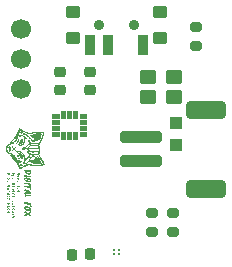
<source format=gts>
%TF.GenerationSoftware,KiCad,Pcbnew,9.0.3*%
%TF.CreationDate,2025-08-03T21:29:45+01:00*%
%TF.ProjectId,smol-slime-xiao,736d6f6c-2d73-46c6-996d-652d7869616f,1.0*%
%TF.SameCoordinates,Original*%
%TF.FileFunction,Soldermask,Top*%
%TF.FilePolarity,Negative*%
%FSLAX46Y46*%
G04 Gerber Fmt 4.6, Leading zero omitted, Abs format (unit mm)*
G04 Created by KiCad (PCBNEW 9.0.3) date 2025-08-03 21:29:45*
%MOMM*%
%LPD*%
G01*
G04 APERTURE LIST*
G04 Aperture macros list*
%AMRoundRect*
0 Rectangle with rounded corners*
0 $1 Rounding radius*
0 $2 $3 $4 $5 $6 $7 $8 $9 X,Y pos of 4 corners*
0 Add a 4 corners polygon primitive as box body*
4,1,4,$2,$3,$4,$5,$6,$7,$8,$9,$2,$3,0*
0 Add four circle primitives for the rounded corners*
1,1,$1+$1,$2,$3*
1,1,$1+$1,$4,$5*
1,1,$1+$1,$6,$7*
1,1,$1+$1,$8,$9*
0 Add four rect primitives between the rounded corners*
20,1,$1+$1,$2,$3,$4,$5,0*
20,1,$1+$1,$4,$5,$6,$7,0*
20,1,$1+$1,$6,$7,$8,$9,0*
20,1,$1+$1,$8,$9,$2,$3,0*%
G04 Aperture macros list end*
%ADD10C,0.025000*%
%ADD11C,0.000000*%
%ADD12C,0.010000*%
%ADD13RoundRect,0.250000X0.450000X0.350000X-0.450000X0.350000X-0.450000X-0.350000X0.450000X-0.350000X0*%
%ADD14RoundRect,0.200000X-0.275000X0.200000X-0.275000X-0.200000X0.275000X-0.200000X0.275000X0.200000X0*%
%ADD15RoundRect,0.375000X1.325000X-0.375000X1.325000X0.375000X-1.325000X0.375000X-1.325000X-0.375000X0*%
%ADD16RoundRect,0.208333X1.541667X-0.291667X1.541667X0.291667X-1.541667X0.291667X-1.541667X-0.291667X0*%
%ADD17C,0.240000*%
%ADD18R,1.000000X1.000000*%
%ADD19RoundRect,0.225000X-0.225000X-0.250000X0.225000X-0.250000X0.225000X0.250000X-0.225000X0.250000X0*%
%ADD20C,0.900000*%
%ADD21RoundRect,0.102000X0.350000X0.750000X-0.350000X0.750000X-0.350000X-0.750000X0.350000X-0.750000X0*%
%ADD22RoundRect,0.102000X0.500000X0.400000X-0.500000X0.400000X-0.500000X-0.400000X0.500000X-0.400000X0*%
%ADD23RoundRect,0.225000X-0.250000X0.225000X-0.250000X-0.225000X0.250000X-0.225000X0.250000X0.225000X0*%
%ADD24C,1.700000*%
G04 APERTURE END LIST*
D10*
G36*
X141836446Y-102099971D02*
G01*
X141835136Y-102123353D01*
X141831540Y-102142209D01*
X141826061Y-102157317D01*
X141818937Y-102169336D01*
X141809320Y-102179520D01*
X141797778Y-102186801D01*
X141783921Y-102191340D01*
X141767157Y-102192951D01*
X141753479Y-102191785D01*
X141741635Y-102188450D01*
X141731291Y-102183055D01*
X141722201Y-102175534D01*
X141712080Y-102163153D01*
X141704343Y-102148952D01*
X141698953Y-102132639D01*
X141589288Y-102205866D01*
X141589288Y-102168542D01*
X141691431Y-102103558D01*
X141719774Y-102103558D01*
X141721153Y-102120995D01*
X141724898Y-102134480D01*
X141730628Y-102144851D01*
X141736597Y-102150989D01*
X141744364Y-102155542D01*
X141754352Y-102158489D01*
X141767157Y-102159566D01*
X141778960Y-102158569D01*
X141788256Y-102155830D01*
X141795565Y-102151579D01*
X141801260Y-102145828D01*
X141806640Y-102136082D01*
X141810287Y-102122403D01*
X141811671Y-102103558D01*
X141811671Y-102067670D01*
X141719774Y-102067670D01*
X141719774Y-102103558D01*
X141691431Y-102103558D01*
X141695365Y-102101055D01*
X141695365Y-102067670D01*
X141589288Y-102067670D01*
X141589288Y-102036437D01*
X141836446Y-102036437D01*
X141836446Y-102099971D01*
G37*
G36*
X141702446Y-102244548D02*
G01*
X141719340Y-102247975D01*
X141734490Y-102253493D01*
X141748477Y-102261338D01*
X141760054Y-102270888D01*
X141769493Y-102282222D01*
X141776490Y-102295129D01*
X141780761Y-102309574D01*
X141782239Y-102325926D01*
X141780588Y-102343352D01*
X141775875Y-102358226D01*
X141768228Y-102371056D01*
X141757464Y-102382178D01*
X141744652Y-102390795D01*
X141729404Y-102397203D01*
X141711253Y-102401285D01*
X141689626Y-102402741D01*
X141680466Y-102402466D01*
X141673109Y-102402023D01*
X141673109Y-102373661D01*
X141696434Y-102373661D01*
X141716311Y-102371699D01*
X141731159Y-102367113D01*
X141742122Y-102360380D01*
X141750614Y-102350974D01*
X141755693Y-102339795D01*
X141757464Y-102326277D01*
X141755776Y-102312911D01*
X141750859Y-102301331D01*
X141742565Y-102291091D01*
X141734798Y-102285199D01*
X141724853Y-102280470D01*
X141712257Y-102277027D01*
X141696434Y-102275124D01*
X141696434Y-102373661D01*
X141673109Y-102373661D01*
X141673109Y-102274941D01*
X141656531Y-102276730D01*
X141643451Y-102280381D01*
X141633205Y-102285598D01*
X141625268Y-102292267D01*
X141616911Y-102303690D01*
X141611972Y-102316213D01*
X141610292Y-102330231D01*
X141611411Y-102344301D01*
X141614597Y-102356426D01*
X141619775Y-102368019D01*
X141627344Y-102380667D01*
X141607423Y-102394849D01*
X141598208Y-102380889D01*
X141591089Y-102364685D01*
X141586641Y-102347421D01*
X141585166Y-102329865D01*
X141586638Y-102311801D01*
X141590825Y-102296313D01*
X141597546Y-102282940D01*
X141606811Y-102271170D01*
X141618236Y-102261392D01*
X141632091Y-102253493D01*
X141647186Y-102247993D01*
X141664221Y-102244557D01*
X141683519Y-102243357D01*
X141702446Y-102244548D01*
G37*
G36*
X141778286Y-102624025D02*
G01*
X141589288Y-102555286D01*
X141589288Y-102520283D01*
X141778286Y-102452078D01*
X141778286Y-102484028D01*
X141616750Y-102538769D01*
X141778286Y-102592792D01*
X141778286Y-102624025D01*
G37*
G36*
X141743832Y-102723966D02*
G01*
X141751500Y-102724908D01*
X141758239Y-102727663D01*
X141764288Y-102732316D01*
X141768982Y-102738318D01*
X141771771Y-102745083D01*
X141772729Y-102752863D01*
X141771762Y-102760886D01*
X141768963Y-102767766D01*
X141764288Y-102773776D01*
X141758239Y-102778429D01*
X141751500Y-102781184D01*
X141743832Y-102782126D01*
X141736149Y-102781188D01*
X141729340Y-102778434D01*
X141723178Y-102773776D01*
X141718403Y-102767754D01*
X141715552Y-102760874D01*
X141714569Y-102752863D01*
X141715542Y-102745094D01*
X141718383Y-102738330D01*
X141723178Y-102732316D01*
X141729340Y-102727658D01*
X141736149Y-102724904D01*
X141743832Y-102723966D01*
G37*
G36*
X141614414Y-102723966D02*
G01*
X141621855Y-102724895D01*
X141628541Y-102727639D01*
X141634686Y-102732316D01*
X141639490Y-102738331D01*
X141642336Y-102745095D01*
X141643311Y-102752863D01*
X141642326Y-102760873D01*
X141639471Y-102767753D01*
X141634686Y-102773776D01*
X141628541Y-102778453D01*
X141621855Y-102781197D01*
X141614414Y-102782126D01*
X141606622Y-102781181D01*
X141599792Y-102778422D01*
X141593684Y-102773776D01*
X141588963Y-102767761D01*
X141586141Y-102760880D01*
X141585166Y-102752863D01*
X141586131Y-102745088D01*
X141588944Y-102738323D01*
X141593684Y-102732316D01*
X141599792Y-102727670D01*
X141606622Y-102724911D01*
X141614414Y-102723966D01*
G37*
G36*
X141613880Y-103261651D02*
G01*
X141589288Y-103261651D01*
X141589288Y-103118968D01*
X141613880Y-103118968D01*
X141613880Y-103179815D01*
X141803779Y-103179815D01*
X141769310Y-103123089D01*
X141790849Y-103109992D01*
X141836446Y-103183585D01*
X141836446Y-103209963D01*
X141613880Y-103209963D01*
X141613880Y-103261651D01*
G37*
G36*
X141616933Y-103366996D02*
G01*
X141625300Y-103368011D01*
X141632627Y-103370972D01*
X141639174Y-103375957D01*
X141644252Y-103382422D01*
X141647286Y-103389806D01*
X141648333Y-103398397D01*
X141647283Y-103407112D01*
X141644246Y-103414580D01*
X141639174Y-103421096D01*
X141632620Y-103426145D01*
X141625292Y-103429139D01*
X141616933Y-103430163D01*
X141608448Y-103429136D01*
X141601026Y-103426139D01*
X141594401Y-103421096D01*
X141589284Y-103414574D01*
X141586223Y-103407106D01*
X141585166Y-103398397D01*
X141586220Y-103389811D01*
X141589277Y-103382428D01*
X141594401Y-103375957D01*
X141601018Y-103370978D01*
X141608441Y-103368013D01*
X141616933Y-103366996D01*
G37*
G36*
X141744444Y-103534531D02*
G01*
X141770065Y-103538766D01*
X141790759Y-103545211D01*
X141807351Y-103553537D01*
X141819415Y-103562692D01*
X141828516Y-103573106D01*
X141835001Y-103584915D01*
X141838992Y-103598395D01*
X141840384Y-103613941D01*
X141838992Y-103629487D01*
X141835000Y-103642966D01*
X141828516Y-103654771D01*
X141819414Y-103665181D01*
X141807351Y-103674330D01*
X141790758Y-103682662D01*
X141770064Y-103689112D01*
X141744443Y-103693350D01*
X141712951Y-103694892D01*
X141681360Y-103693350D01*
X141655662Y-103689111D01*
X141634911Y-103682660D01*
X141618276Y-103674330D01*
X141606180Y-103665177D01*
X141597057Y-103654765D01*
X141590560Y-103642959D01*
X141586561Y-103629482D01*
X141585166Y-103613941D01*
X141609575Y-103613941D01*
X141611034Y-103624624D01*
X141615330Y-103633990D01*
X141622694Y-103642405D01*
X141633801Y-103650013D01*
X141645741Y-103655074D01*
X141662130Y-103659206D01*
X141684105Y-103662044D01*
X141712951Y-103663110D01*
X141740789Y-103662251D01*
X141761983Y-103659967D01*
X141777751Y-103656653D01*
X141625359Y-103581457D01*
X141618471Y-103587703D01*
X141613614Y-103595035D01*
X141610626Y-103603666D01*
X141609575Y-103613941D01*
X141585166Y-103613941D01*
X141586560Y-103598400D01*
X141590559Y-103584921D01*
X141597057Y-103573112D01*
X141598719Y-103571214D01*
X141648333Y-103571214D01*
X141800191Y-103646776D01*
X141807150Y-103640519D01*
X141812063Y-103633132D01*
X141815092Y-103624392D01*
X141816159Y-103613941D01*
X141814707Y-103603349D01*
X141810431Y-103594038D01*
X141803091Y-103585648D01*
X141792009Y-103578037D01*
X141780113Y-103572979D01*
X141763759Y-103568846D01*
X141741803Y-103566007D01*
X141712951Y-103564940D01*
X141685366Y-103565771D01*
X141664210Y-103567987D01*
X141648333Y-103571214D01*
X141598719Y-103571214D01*
X141606180Y-103562696D01*
X141618276Y-103553537D01*
X141634910Y-103545213D01*
X141655661Y-103538767D01*
X141681359Y-103534531D01*
X141712951Y-103532990D01*
X141744444Y-103534531D01*
G37*
G36*
X141416446Y-102095483D02*
G01*
X141415703Y-102111530D01*
X141413485Y-102127250D01*
X141409429Y-102142270D01*
X141403425Y-102155430D01*
X141395083Y-102166738D01*
X141384313Y-102175442D01*
X141375982Y-102179450D01*
X141366048Y-102181988D01*
X141354164Y-102182892D01*
X141339043Y-102181162D01*
X141327145Y-102176343D01*
X141317172Y-102168772D01*
X141309468Y-102159292D01*
X141303803Y-102148423D01*
X141300141Y-102136943D01*
X141296860Y-102150366D01*
X141291607Y-102163596D01*
X141283911Y-102175437D01*
X141273030Y-102185136D01*
X141264370Y-102189674D01*
X141253486Y-102192604D01*
X141239828Y-102193669D01*
X141226500Y-102192697D01*
X141215345Y-102189968D01*
X141205985Y-102185670D01*
X141193803Y-102176331D01*
X141184369Y-102164314D01*
X141177486Y-102150310D01*
X141172783Y-102134516D01*
X141170165Y-102117978D01*
X141169566Y-102106428D01*
X141194948Y-102106428D01*
X141195764Y-102118635D01*
X141198261Y-102131204D01*
X141203130Y-102142786D01*
X141211007Y-102152285D01*
X141217802Y-102156800D01*
X141226826Y-102159734D01*
X141238744Y-102160818D01*
X141251022Y-102159886D01*
X141260418Y-102157369D01*
X141267549Y-102153552D01*
X141276135Y-102145112D01*
X141281639Y-102134257D01*
X141284574Y-102121852D01*
X141285593Y-102107879D01*
X141285593Y-102105543D01*
X141311269Y-102105543D01*
X141312506Y-102119837D01*
X141315867Y-102130807D01*
X141321039Y-102139187D01*
X141328386Y-102145426D01*
X141338568Y-102149446D01*
X141352546Y-102150942D01*
X141365890Y-102149314D01*
X141375532Y-102144911D01*
X141382435Y-102137936D01*
X141387139Y-102128837D01*
X141390200Y-102117233D01*
X141391320Y-102102490D01*
X141391320Y-102065686D01*
X141311269Y-102065686D01*
X141311269Y-102105543D01*
X141285593Y-102105543D01*
X141285593Y-102065686D01*
X141194948Y-102065686D01*
X141194948Y-102106428D01*
X141169566Y-102106428D01*
X141169288Y-102101055D01*
X141169288Y-102034636D01*
X141416446Y-102034636D01*
X141416446Y-102095483D01*
G37*
G36*
X141358286Y-102408480D02*
G01*
X141168036Y-102342077D01*
X141149489Y-102334486D01*
X141132865Y-102325285D01*
X141122836Y-102317864D01*
X141114033Y-102309106D01*
X141106380Y-102298907D01*
X141100486Y-102287646D01*
X141096087Y-102274063D01*
X141093359Y-102257721D01*
X141117416Y-102253050D01*
X141121777Y-102271393D01*
X141127293Y-102283917D01*
X141134927Y-102294115D01*
X141144253Y-102301777D01*
X141155276Y-102307764D01*
X141169288Y-102313363D01*
X141169288Y-102303303D01*
X141358286Y-102237251D01*
X141358286Y-102269567D01*
X141192262Y-102323774D01*
X141358286Y-102377248D01*
X141358286Y-102408480D01*
G37*
G36*
X141323832Y-102508788D02*
G01*
X141331500Y-102509730D01*
X141338239Y-102512485D01*
X141344288Y-102517138D01*
X141348982Y-102523140D01*
X141351771Y-102529905D01*
X141352729Y-102537685D01*
X141351762Y-102545708D01*
X141348963Y-102552588D01*
X141344288Y-102558598D01*
X141338239Y-102563251D01*
X141331500Y-102566006D01*
X141323832Y-102566948D01*
X141316149Y-102566010D01*
X141309340Y-102563256D01*
X141303178Y-102558598D01*
X141298403Y-102552576D01*
X141295552Y-102545696D01*
X141294569Y-102537685D01*
X141295542Y-102529917D01*
X141298383Y-102523152D01*
X141303178Y-102517138D01*
X141309340Y-102512480D01*
X141316149Y-102509727D01*
X141323832Y-102508788D01*
G37*
G36*
X141194414Y-102508788D02*
G01*
X141201855Y-102509717D01*
X141208541Y-102512461D01*
X141214686Y-102517138D01*
X141219490Y-102523153D01*
X141222336Y-102529918D01*
X141223311Y-102537685D01*
X141222326Y-102545695D01*
X141219471Y-102552575D01*
X141214686Y-102558598D01*
X141208541Y-102563275D01*
X141201855Y-102566019D01*
X141194414Y-102566948D01*
X141186622Y-102566003D01*
X141179792Y-102563244D01*
X141173684Y-102558598D01*
X141168963Y-102552583D01*
X141166141Y-102545702D01*
X141165166Y-102537685D01*
X141166131Y-102529910D01*
X141168944Y-102523145D01*
X141173684Y-102517138D01*
X141179792Y-102512492D01*
X141186622Y-102509733D01*
X141194414Y-102508788D01*
G37*
G36*
X141237675Y-103053297D02*
G01*
X141223755Y-103052076D01*
X141211285Y-103048530D01*
X141199986Y-103042703D01*
X141190062Y-103034757D01*
X141181550Y-103024606D01*
X141174401Y-103011928D01*
X141169445Y-102998162D01*
X141166288Y-102982000D01*
X141165166Y-102963019D01*
X141166128Y-102945101D01*
X141168912Y-102928803D01*
X141173409Y-102913926D01*
X141179773Y-102899789D01*
X141187549Y-102887313D01*
X141196750Y-102876328D01*
X141217571Y-102894814D01*
X141206814Y-102908484D01*
X141198444Y-102924245D01*
X141194622Y-102935591D01*
X141192210Y-102948604D01*
X141191361Y-102963553D01*
X141192616Y-102978267D01*
X141196292Y-102991732D01*
X141202608Y-103003688D01*
X141211374Y-103012920D01*
X141218531Y-103017308D01*
X141227009Y-103020033D01*
X141237141Y-103020996D01*
X141248409Y-103019769D01*
X141257505Y-103016325D01*
X141265218Y-103010211D01*
X141272587Y-102999808D01*
X141278659Y-102986669D01*
X141285410Y-102966789D01*
X141293323Y-102943349D01*
X141301652Y-102924520D01*
X141308402Y-102913154D01*
X141315821Y-102904036D01*
X141323908Y-102896875D01*
X141333159Y-102891557D01*
X141344012Y-102888254D01*
X141356851Y-102887090D01*
X141368846Y-102888252D01*
X141379707Y-102891656D01*
X141389686Y-102897317D01*
X141398438Y-102904870D01*
X141405937Y-102914213D01*
X141412218Y-102925588D01*
X141416657Y-102937869D01*
X141419421Y-102951638D01*
X141420384Y-102967140D01*
X141419508Y-102984156D01*
X141417028Y-102998925D01*
X141413118Y-103011745D01*
X141404276Y-103029780D01*
X141392205Y-103046122D01*
X141371933Y-103027819D01*
X141382115Y-103013888D01*
X141388969Y-102999273D01*
X141393018Y-102983842D01*
X141394357Y-102968224D01*
X141393296Y-102954951D01*
X141390264Y-102943448D01*
X141385381Y-102933404D01*
X141378384Y-102925359D01*
X141369449Y-102920566D01*
X141357935Y-102918872D01*
X141347803Y-102920351D01*
X141339525Y-102924611D01*
X141332623Y-102931743D01*
X141325435Y-102943983D01*
X141319294Y-102958967D01*
X141312154Y-102981154D01*
X141305829Y-102999839D01*
X141298248Y-103016767D01*
X141291947Y-103027113D01*
X141284427Y-103035886D01*
X141275625Y-103043237D01*
X141265638Y-103048604D01*
X141253190Y-103052049D01*
X141237675Y-103053297D01*
G37*
G36*
X141237609Y-103101983D02*
G01*
X141249506Y-103106267D01*
X141259662Y-103113269D01*
X141268359Y-103123272D01*
X141274706Y-103134808D01*
X141279599Y-103149219D01*
X141282807Y-103167100D01*
X141283975Y-103189142D01*
X141283975Y-103216970D01*
X141299774Y-103216970D01*
X141312836Y-103215454D01*
X141322166Y-103211389D01*
X141328748Y-103205033D01*
X141333257Y-103196646D01*
X141336200Y-103185822D01*
X141337281Y-103171922D01*
X141336765Y-103162224D01*
X141335037Y-103150017D01*
X141332154Y-103137278D01*
X141327603Y-103122738D01*
X141350394Y-103114831D01*
X141356007Y-103131945D01*
X141359537Y-103147407D01*
X141361585Y-103162603D01*
X141362239Y-103176578D01*
X141361030Y-103194347D01*
X141357694Y-103208702D01*
X141352548Y-103220264D01*
X141345722Y-103229533D01*
X141336912Y-103237193D01*
X141326751Y-103242692D01*
X141314974Y-103246104D01*
X141301209Y-103247302D01*
X141210565Y-103247302D01*
X141200015Y-103248397D01*
X141193880Y-103251072D01*
X141189512Y-103255689D01*
X141186339Y-103262735D01*
X141165166Y-103255377D01*
X141167970Y-103243786D01*
X141172966Y-103234006D01*
X141180541Y-103226270D01*
X141191727Y-103220741D01*
X141183687Y-103213337D01*
X141177099Y-103204847D01*
X141171883Y-103195156D01*
X141166882Y-103179257D01*
X141165911Y-103169221D01*
X141188140Y-103169221D01*
X141189895Y-103182825D01*
X141195223Y-103195874D01*
X141203628Y-103207419D01*
X141214885Y-103216970D01*
X141263519Y-103216970D01*
X141263519Y-103189691D01*
X141262027Y-103168995D01*
X141258205Y-103154898D01*
X141252742Y-103145621D01*
X141244807Y-103138526D01*
X141235336Y-103134270D01*
X141223845Y-103132783D01*
X141210388Y-103134399D01*
X141200807Y-103138741D01*
X141194071Y-103145571D01*
X141189755Y-103155370D01*
X141188140Y-103169221D01*
X141165911Y-103169221D01*
X141165166Y-103161512D01*
X141166270Y-103147430D01*
X141169386Y-103135528D01*
X141174343Y-103125421D01*
X141181133Y-103116815D01*
X141189602Y-103109779D01*
X141199310Y-103104720D01*
X141210498Y-103101581D01*
X141223494Y-103100481D01*
X141237609Y-103101983D01*
G37*
G36*
X141169288Y-103327139D02*
G01*
X141358286Y-103327139D01*
X141358286Y-103352815D01*
X141332075Y-103355150D01*
X141341013Y-103363431D01*
X141348437Y-103372959D01*
X141354424Y-103383864D01*
X141360351Y-103401202D01*
X141362239Y-103417600D01*
X141361158Y-103431568D01*
X141358193Y-103442603D01*
X141353621Y-103451294D01*
X141347508Y-103458084D01*
X141337003Y-103464846D01*
X141323630Y-103469168D01*
X141306598Y-103470738D01*
X141169288Y-103470738D01*
X141169288Y-103440574D01*
X141284341Y-103440574D01*
X141302790Y-103439968D01*
X141315574Y-103438422D01*
X141326192Y-103434896D01*
X141332976Y-103429354D01*
X141336976Y-103421285D01*
X141338548Y-103408273D01*
X141337329Y-103397457D01*
X141333693Y-103387360D01*
X141328219Y-103378077D01*
X141321573Y-103369942D01*
X141314126Y-103362838D01*
X141306949Y-103357303D01*
X141169288Y-103357303D01*
X141169288Y-103327139D01*
G37*
G36*
X141282270Y-103531689D02*
G01*
X141299086Y-103534666D01*
X141314215Y-103539447D01*
X141328377Y-103546368D01*
X141339996Y-103554828D01*
X141349401Y-103564848D01*
X141356455Y-103576494D01*
X141360750Y-103589673D01*
X141362239Y-103604782D01*
X141360779Y-103620076D01*
X141356578Y-103633365D01*
X141349709Y-103645050D01*
X141339983Y-103655401D01*
X141438153Y-103655401D01*
X141434383Y-103685550D01*
X141169288Y-103685550D01*
X141169288Y-103659172D01*
X141194231Y-103656302D01*
X141184820Y-103648642D01*
X141177547Y-103640546D01*
X141172157Y-103631969D01*
X141166920Y-103617797D01*
X141165893Y-103608919D01*
X141189575Y-103608919D01*
X141190619Y-103619248D01*
X141193641Y-103628307D01*
X141198627Y-103636366D01*
X141208410Y-103646932D01*
X141219357Y-103655401D01*
X141313772Y-103655401D01*
X141324083Y-103646769D01*
X141331633Y-103636732D01*
X141336393Y-103625297D01*
X141337998Y-103612674D01*
X141336782Y-103601242D01*
X141333310Y-103591587D01*
X141327630Y-103583327D01*
X141319512Y-103576236D01*
X141310183Y-103571131D01*
X141298162Y-103567138D01*
X141282842Y-103564482D01*
X141263519Y-103563505D01*
X141240340Y-103564839D01*
X141222977Y-103568388D01*
X141210215Y-103573608D01*
X141201051Y-103580185D01*
X141194749Y-103588070D01*
X141190921Y-103597491D01*
X141189575Y-103608919D01*
X141165893Y-103608919D01*
X141165166Y-103602629D01*
X141166646Y-103586651D01*
X141170830Y-103573300D01*
X141177546Y-103562055D01*
X141186658Y-103552520D01*
X141198048Y-103544626D01*
X141212091Y-103538363D01*
X141227060Y-103534207D01*
X141244106Y-103531578D01*
X141263519Y-103530654D01*
X141282270Y-103531689D01*
G37*
G36*
X141169288Y-103759296D02*
G01*
X141192445Y-103759296D01*
X141192445Y-103788727D01*
X141335128Y-103788727D01*
X141335128Y-103759296D01*
X141358286Y-103759296D01*
X141358286Y-103811701D01*
X141313589Y-103817273D01*
X141328548Y-103825455D01*
X141340432Y-103834317D01*
X141349676Y-103843835D01*
X141356546Y-103854896D01*
X141360873Y-103868441D01*
X141362423Y-103885112D01*
X141361247Y-103899201D01*
X141358286Y-103911856D01*
X141294386Y-103907551D01*
X141294386Y-103882776D01*
X141334594Y-103882776D01*
X141334594Y-103881173D01*
X141333052Y-103868091D01*
X141328522Y-103856409D01*
X141320861Y-103845754D01*
X141309561Y-103835925D01*
X141293798Y-103826913D01*
X141272495Y-103818891D01*
X141192445Y-103818891D01*
X141192445Y-103857298D01*
X141169288Y-103857298D01*
X141169288Y-103759296D01*
G37*
G36*
X141237609Y-103962694D02*
G01*
X141249506Y-103966979D01*
X141259662Y-103973981D01*
X141268359Y-103983984D01*
X141274706Y-103995520D01*
X141279599Y-104009931D01*
X141282807Y-104027812D01*
X141283975Y-104049853D01*
X141283975Y-104077682D01*
X141299774Y-104077682D01*
X141312836Y-104076166D01*
X141322166Y-104072101D01*
X141328748Y-104065744D01*
X141333257Y-104057357D01*
X141336200Y-104046534D01*
X141337281Y-104032634D01*
X141336765Y-104022936D01*
X141335037Y-104010729D01*
X141332154Y-103997989D01*
X141327603Y-103983450D01*
X141350394Y-103975543D01*
X141356007Y-103992657D01*
X141359537Y-104008118D01*
X141361585Y-104023315D01*
X141362239Y-104037290D01*
X141361030Y-104055059D01*
X141357694Y-104069413D01*
X141352548Y-104080976D01*
X141345722Y-104090245D01*
X141336912Y-104097904D01*
X141326751Y-104103404D01*
X141314974Y-104106816D01*
X141301209Y-104108014D01*
X141210565Y-104108014D01*
X141200015Y-104109108D01*
X141193880Y-104111784D01*
X141189512Y-104116401D01*
X141186339Y-104123447D01*
X141165166Y-104116089D01*
X141167970Y-104104498D01*
X141172966Y-104094718D01*
X141180541Y-104086982D01*
X141191727Y-104081452D01*
X141183687Y-104074049D01*
X141177099Y-104065559D01*
X141171883Y-104055868D01*
X141166882Y-104039969D01*
X141165911Y-104029932D01*
X141188140Y-104029932D01*
X141189895Y-104043537D01*
X141195223Y-104056585D01*
X141203628Y-104068131D01*
X141214885Y-104077682D01*
X141263519Y-104077682D01*
X141263519Y-104050403D01*
X141262027Y-104029707D01*
X141258205Y-104015610D01*
X141252742Y-104006332D01*
X141244807Y-103999238D01*
X141235336Y-103994982D01*
X141223845Y-103993494D01*
X141210388Y-103995111D01*
X141200807Y-103999453D01*
X141194071Y-104006283D01*
X141189755Y-104016082D01*
X141188140Y-104029932D01*
X141165911Y-104029932D01*
X141165166Y-104022223D01*
X141166270Y-104008142D01*
X141169386Y-103996240D01*
X141174343Y-103986133D01*
X141181133Y-103977527D01*
X141189602Y-103970491D01*
X141199310Y-103965432D01*
X141210498Y-103962293D01*
X141223494Y-103961193D01*
X141237609Y-103962694D01*
G37*
G36*
X141416446Y-104462441D02*
G01*
X141415703Y-104478488D01*
X141413485Y-104494207D01*
X141409429Y-104509227D01*
X141403425Y-104522387D01*
X141395083Y-104533695D01*
X141384313Y-104542400D01*
X141375982Y-104546407D01*
X141366048Y-104548945D01*
X141354164Y-104549849D01*
X141339043Y-104548119D01*
X141327145Y-104543300D01*
X141317172Y-104535729D01*
X141309468Y-104526249D01*
X141303803Y-104515380D01*
X141300141Y-104503901D01*
X141296860Y-104517324D01*
X141291607Y-104530554D01*
X141283911Y-104542395D01*
X141273030Y-104552093D01*
X141264370Y-104556631D01*
X141253486Y-104559561D01*
X141239828Y-104560626D01*
X141226500Y-104559654D01*
X141215345Y-104556926D01*
X141205985Y-104552627D01*
X141193803Y-104543288D01*
X141184369Y-104531271D01*
X141177486Y-104517267D01*
X141172783Y-104501474D01*
X141170165Y-104484936D01*
X141169566Y-104473386D01*
X141194948Y-104473386D01*
X141195764Y-104485593D01*
X141198261Y-104498161D01*
X141203130Y-104509743D01*
X141211007Y-104519242D01*
X141217802Y-104523758D01*
X141226826Y-104526692D01*
X141238744Y-104527776D01*
X141251022Y-104526844D01*
X141260418Y-104524327D01*
X141267549Y-104520509D01*
X141276135Y-104512069D01*
X141281639Y-104501214D01*
X141284574Y-104488809D01*
X141285593Y-104474836D01*
X141285593Y-104472500D01*
X141311269Y-104472500D01*
X141312506Y-104486795D01*
X141315867Y-104497764D01*
X141321039Y-104506145D01*
X141328386Y-104512383D01*
X141338568Y-104516403D01*
X141352546Y-104517899D01*
X141365890Y-104516271D01*
X141375532Y-104511868D01*
X141382435Y-104504893D01*
X141387139Y-104495794D01*
X141390200Y-104484190D01*
X141391320Y-104469447D01*
X141391320Y-104432643D01*
X141311269Y-104432643D01*
X141311269Y-104472500D01*
X141285593Y-104472500D01*
X141285593Y-104432643D01*
X141194948Y-104432643D01*
X141194948Y-104473386D01*
X141169566Y-104473386D01*
X141169288Y-104468012D01*
X141169288Y-104401594D01*
X141416446Y-104401594D01*
X141416446Y-104462441D01*
G37*
G36*
X141446778Y-104689831D02*
G01*
X141445188Y-104699033D01*
X141440672Y-104705890D01*
X141433919Y-104710391D01*
X141425773Y-104711904D01*
X141417296Y-104710378D01*
X141410416Y-104705890D01*
X141405841Y-104699026D01*
X141404234Y-104689831D01*
X141405816Y-104681080D01*
X141410416Y-104674214D01*
X141417303Y-104669655D01*
X141425773Y-104668108D01*
X141433911Y-104669642D01*
X141440672Y-104674214D01*
X141445213Y-104681074D01*
X141446778Y-104689831D01*
G37*
G36*
X141358286Y-104713873D02*
G01*
X141193162Y-104713873D01*
X141193162Y-104767179D01*
X141169288Y-104767179D01*
X141169288Y-104625396D01*
X141193162Y-104625396D01*
X141193162Y-104683725D01*
X141334411Y-104683725D01*
X141334411Y-104627182D01*
X141358286Y-104627182D01*
X141358286Y-104713873D01*
G37*
G36*
X141190109Y-104897651D02*
G01*
X141191136Y-104912078D01*
X141193929Y-104923351D01*
X141198184Y-104932104D01*
X141204364Y-104939216D01*
X141211537Y-104943284D01*
X141220075Y-104944668D01*
X141228145Y-104943845D01*
X141234790Y-104941523D01*
X141240449Y-104937124D01*
X141246193Y-104928700D01*
X141250874Y-104917601D01*
X141256345Y-104898903D01*
X141261747Y-104880063D01*
X141267549Y-104864877D01*
X141275098Y-104851774D01*
X141284158Y-104842452D01*
X141291368Y-104838142D01*
X141300095Y-104835434D01*
X141310719Y-104834468D01*
X141322156Y-104835743D01*
X141332040Y-104839428D01*
X141340725Y-104845539D01*
X141348409Y-104854389D01*
X141355821Y-104868312D01*
X141360543Y-104885355D01*
X141362239Y-104906260D01*
X141360620Y-104928191D01*
X141356133Y-104946011D01*
X141349204Y-104962089D01*
X141341418Y-104974832D01*
X141320947Y-104961551D01*
X141327611Y-104950452D01*
X141333068Y-104937936D01*
X141336552Y-104924170D01*
X141337830Y-104906627D01*
X141336866Y-104891808D01*
X141334403Y-104881690D01*
X141330915Y-104875028D01*
X141325754Y-104869769D01*
X141319890Y-104866733D01*
X141313055Y-104865701D01*
X141305204Y-104866892D01*
X141299133Y-104870265D01*
X141294284Y-104875927D01*
X141289363Y-104885790D01*
X141279853Y-104915954D01*
X141274210Y-104933734D01*
X141268007Y-104948255D01*
X141259975Y-104960718D01*
X141250147Y-104969702D01*
X141242437Y-104973796D01*
X141233031Y-104976400D01*
X141221525Y-104977335D01*
X141208568Y-104975969D01*
X141197866Y-104972104D01*
X141188934Y-104965840D01*
X141181494Y-104957594D01*
X141175455Y-104947771D01*
X141170814Y-104936134D01*
X141166599Y-104917551D01*
X141165166Y-104897651D01*
X141166074Y-104880632D01*
X141168623Y-104866184D01*
X141172600Y-104853931D01*
X141181051Y-104836998D01*
X141190643Y-104823691D01*
X141210565Y-104840925D01*
X141202358Y-104852767D01*
X141195757Y-104866495D01*
X141191547Y-104881373D01*
X141190109Y-104897651D01*
G37*
G36*
X141191178Y-105134002D02*
G01*
X141192345Y-105147836D01*
X141195757Y-105160471D01*
X141201052Y-105172342D01*
X141207695Y-105183186D01*
X141187957Y-105197902D01*
X141178614Y-105184491D01*
X141171257Y-105168104D01*
X141166652Y-105150671D01*
X141165166Y-105134002D01*
X141166608Y-105115547D01*
X141170707Y-105099694D01*
X141177271Y-105085993D01*
X141186401Y-105073869D01*
X141197683Y-105063835D01*
X141211374Y-105055752D01*
X141226377Y-105050113D01*
X141243462Y-105046580D01*
X141262985Y-105045341D01*
X141281653Y-105046555D01*
X141298493Y-105050065D01*
X141313772Y-105055752D01*
X141327803Y-105063833D01*
X141339538Y-105073901D01*
X141349218Y-105086084D01*
X141356299Y-105099904D01*
X141360697Y-105115843D01*
X141362239Y-105134368D01*
X141360833Y-105152074D01*
X141356715Y-105168334D01*
X141349923Y-105183417D01*
X141340334Y-105197535D01*
X141320230Y-105182820D01*
X141329896Y-105165835D01*
X141335354Y-105149677D01*
X141337113Y-105134002D01*
X141335932Y-105122191D01*
X141332503Y-105111729D01*
X141326830Y-105102326D01*
X141318703Y-105093793D01*
X141309206Y-105087349D01*
X141297157Y-105082420D01*
X141281981Y-105079189D01*
X141262985Y-105078009D01*
X141243618Y-105079219D01*
X141228556Y-105082491D01*
X141216958Y-105087420D01*
X141208137Y-105093793D01*
X141200714Y-105102236D01*
X141195475Y-105111610D01*
X141192282Y-105122106D01*
X141191178Y-105134002D01*
G37*
G36*
X141358286Y-105293904D02*
G01*
X141224395Y-105293904D01*
X141212152Y-105294932D01*
X141203481Y-105297624D01*
X141197467Y-105301613D01*
X141193097Y-105307309D01*
X141190262Y-105315100D01*
X141189209Y-105325671D01*
X141190184Y-105335830D01*
X141193110Y-105345617D01*
X141198093Y-105355194D01*
X141207983Y-105367733D01*
X141219189Y-105376825D01*
X141358286Y-105376825D01*
X141358286Y-105406974D01*
X141169288Y-105406974D01*
X141169288Y-105381313D01*
X141194780Y-105378794D01*
X141185931Y-105370764D01*
X141178630Y-105361617D01*
X141172783Y-105351240D01*
X141167027Y-105334608D01*
X141165166Y-105318313D01*
X141166221Y-105304565D01*
X141169139Y-105293462D01*
X141173681Y-105284501D01*
X141179790Y-105277296D01*
X141190313Y-105270029D01*
X141203713Y-105265414D01*
X141220807Y-105263740D01*
X141358286Y-105263740D01*
X141358286Y-105293904D01*
G37*
G36*
X141446778Y-105550543D02*
G01*
X141445188Y-105559745D01*
X141440672Y-105566601D01*
X141433919Y-105571102D01*
X141425773Y-105572616D01*
X141417296Y-105571089D01*
X141410416Y-105566601D01*
X141405841Y-105559738D01*
X141404234Y-105550543D01*
X141405816Y-105541792D01*
X141410416Y-105534926D01*
X141417303Y-105530367D01*
X141425773Y-105528820D01*
X141433911Y-105530354D01*
X141440672Y-105534926D01*
X141445213Y-105541786D01*
X141446778Y-105550543D01*
G37*
G36*
X141358286Y-105574585D02*
G01*
X141193162Y-105574585D01*
X141193162Y-105627891D01*
X141169288Y-105627891D01*
X141169288Y-105486108D01*
X141193162Y-105486108D01*
X141193162Y-105544436D01*
X141334411Y-105544436D01*
X141334411Y-105487894D01*
X141358286Y-105487894D01*
X141358286Y-105574585D01*
G37*
G36*
X141178798Y-105844153D02*
G01*
X141173189Y-105833730D01*
X141168753Y-105820629D01*
X141166047Y-105806829D01*
X141165166Y-105793534D01*
X141166298Y-105778276D01*
X141169461Y-105765647D01*
X141174425Y-105755177D01*
X141181133Y-105746502D01*
X141189623Y-105739328D01*
X141199153Y-105734223D01*
X141209929Y-105731089D01*
X141222242Y-105730000D01*
X141334960Y-105730000D01*
X141334960Y-105686571D01*
X141358286Y-105686571D01*
X141358286Y-105730000D01*
X141401181Y-105730000D01*
X141404768Y-105760149D01*
X141358286Y-105760149D01*
X141358286Y-105825484D01*
X141334960Y-105821896D01*
X141334960Y-105760149D01*
X141222594Y-105760149D01*
X141212388Y-105761187D01*
X141204551Y-105764032D01*
X141198536Y-105768499D01*
X141194269Y-105774629D01*
X141191392Y-105783546D01*
X141190292Y-105796236D01*
X141190938Y-105806568D01*
X141192796Y-105815790D01*
X141199268Y-105832490D01*
X141178798Y-105844153D01*
G37*
G36*
X140817675Y-102192585D02*
G01*
X140803755Y-102191364D01*
X140791285Y-102187818D01*
X140779986Y-102181991D01*
X140770062Y-102174045D01*
X140761550Y-102163894D01*
X140754401Y-102151216D01*
X140749445Y-102137450D01*
X140746288Y-102121288D01*
X140745166Y-102102307D01*
X140746128Y-102084389D01*
X140748912Y-102068091D01*
X140753409Y-102053214D01*
X140759773Y-102039078D01*
X140767549Y-102026601D01*
X140776750Y-102015616D01*
X140797571Y-102034102D01*
X140786814Y-102047773D01*
X140778444Y-102063533D01*
X140774622Y-102074880D01*
X140772210Y-102087892D01*
X140771361Y-102102841D01*
X140772616Y-102117555D01*
X140776292Y-102131021D01*
X140782608Y-102142977D01*
X140791374Y-102152209D01*
X140798531Y-102156596D01*
X140807009Y-102159321D01*
X140817141Y-102160284D01*
X140828409Y-102159057D01*
X140837505Y-102155613D01*
X140845218Y-102149499D01*
X140852587Y-102139096D01*
X140858659Y-102125958D01*
X140865410Y-102106077D01*
X140873323Y-102082637D01*
X140881652Y-102063808D01*
X140888402Y-102052442D01*
X140895821Y-102043324D01*
X140903908Y-102036163D01*
X140913159Y-102030846D01*
X140924012Y-102027542D01*
X140936851Y-102026378D01*
X140948846Y-102027540D01*
X140959707Y-102030944D01*
X140969686Y-102036605D01*
X140978438Y-102044158D01*
X140985937Y-102053501D01*
X140992218Y-102064877D01*
X140996657Y-102077157D01*
X140999421Y-102090926D01*
X141000384Y-102106428D01*
X140999508Y-102123445D01*
X140997028Y-102138213D01*
X140993118Y-102151033D01*
X140984276Y-102169068D01*
X140972205Y-102185410D01*
X140951933Y-102167107D01*
X140962115Y-102153177D01*
X140968969Y-102138562D01*
X140973018Y-102123130D01*
X140974357Y-102107512D01*
X140973296Y-102094239D01*
X140970264Y-102082736D01*
X140965381Y-102072692D01*
X140958384Y-102064647D01*
X140949449Y-102059855D01*
X140937935Y-102058160D01*
X140927803Y-102059639D01*
X140919525Y-102063900D01*
X140912623Y-102071031D01*
X140905435Y-102083271D01*
X140899294Y-102098255D01*
X140892154Y-102120442D01*
X140885829Y-102139128D01*
X140878248Y-102156055D01*
X140871947Y-102166402D01*
X140864427Y-102175174D01*
X140855625Y-102182525D01*
X140845638Y-102187892D01*
X140833190Y-102191338D01*
X140817675Y-102192585D01*
G37*
G36*
X140942239Y-102375813D02*
G01*
X140941260Y-102384615D01*
X140938286Y-102393230D01*
X140932783Y-102400639D01*
X140923020Y-102407045D01*
X140910315Y-102410882D01*
X140890002Y-102412434D01*
X140749288Y-102412434D01*
X140749288Y-102384438D01*
X140885163Y-102384438D01*
X140901699Y-102383789D01*
X140910824Y-102382285D01*
X140915123Y-102380036D01*
X140917741Y-102376126D01*
X140918731Y-102369890D01*
X140917462Y-102361638D01*
X140913434Y-102353022D01*
X140906859Y-102345145D01*
X140896108Y-102336871D01*
X140749288Y-102336871D01*
X140749288Y-102308692D01*
X140885163Y-102308692D01*
X140901699Y-102308043D01*
X140910824Y-102306540D01*
X140915123Y-102304290D01*
X140917741Y-102300380D01*
X140918731Y-102294144D01*
X140917443Y-102285602D01*
X140913434Y-102277093D01*
X140906880Y-102269376D01*
X140896108Y-102261126D01*
X140749288Y-102261126D01*
X140749288Y-102233312D01*
X140938286Y-102233312D01*
X140938286Y-102257004D01*
X140916395Y-102258790D01*
X140926576Y-102267087D01*
X140934790Y-102276116D01*
X140938855Y-102282863D01*
X140941361Y-102290700D01*
X140942239Y-102299899D01*
X140940962Y-102310344D01*
X140937126Y-102320171D01*
X140932957Y-102325665D01*
X140926552Y-102330350D01*
X140917281Y-102334185D01*
X140927499Y-102342528D01*
X140935324Y-102351587D01*
X140939073Y-102358360D01*
X140941413Y-102366341D01*
X140942239Y-102375813D01*
G37*
G36*
X140862732Y-102457838D02*
G01*
X140879773Y-102461001D01*
X140894933Y-102466061D01*
X140908968Y-102473426D01*
X140920471Y-102482585D01*
X140929752Y-102493614D01*
X140936535Y-102506305D01*
X140940755Y-102521076D01*
X140942239Y-102538402D01*
X140941051Y-102554405D01*
X140937681Y-102568114D01*
X140932310Y-102579913D01*
X140924959Y-102590104D01*
X140915495Y-102598883D01*
X140901746Y-102607463D01*
X140885541Y-102613848D01*
X140866431Y-102617910D01*
X140843871Y-102619354D01*
X140824782Y-102618249D01*
X140807827Y-102615082D01*
X140792717Y-102610011D01*
X140778726Y-102602672D01*
X140767187Y-102593543D01*
X140757805Y-102582549D01*
X140750933Y-102569919D01*
X140746666Y-102555243D01*
X140745166Y-102538051D01*
X140769926Y-102538051D01*
X140771144Y-102549895D01*
X140774590Y-102559699D01*
X140780162Y-102567896D01*
X140788046Y-102574749D01*
X140797174Y-102579653D01*
X140809076Y-102583515D01*
X140824393Y-102586098D01*
X140843871Y-102587052D01*
X140863369Y-102586103D01*
X140878672Y-102583536D01*
X140890533Y-102579702D01*
X140899604Y-102574840D01*
X140907457Y-102568035D01*
X140913005Y-102559896D01*
X140916435Y-102550161D01*
X140917647Y-102538402D01*
X140916431Y-102526560D01*
X140912986Y-102516721D01*
X140907408Y-102508461D01*
X140899512Y-102501522D01*
X140890382Y-102496551D01*
X140878458Y-102492636D01*
X140863089Y-102490018D01*
X140843519Y-102489050D01*
X140824140Y-102490003D01*
X140808899Y-102492582D01*
X140797055Y-102496439D01*
X140787969Y-102501338D01*
X140780123Y-102508193D01*
X140774573Y-102516393D01*
X140771140Y-102526202D01*
X140769926Y-102538051D01*
X140745166Y-102538051D01*
X140746358Y-102522064D01*
X140749741Y-102508338D01*
X140755142Y-102496494D01*
X140762542Y-102486236D01*
X140772078Y-102477372D01*
X140785932Y-102468697D01*
X140802155Y-102462262D01*
X140821177Y-102458181D01*
X140843519Y-102456734D01*
X140862732Y-102457838D01*
G37*
G36*
X141014383Y-102755198D02*
G01*
X140795953Y-102755198D01*
X140787066Y-102756289D01*
X140780674Y-102759234D01*
X140776124Y-102763900D01*
X140771855Y-102773493D01*
X140770292Y-102786431D01*
X140772078Y-102802673D01*
X140776933Y-102818198D01*
X140754844Y-102826273D01*
X140751429Y-102818040D01*
X140748127Y-102807161D01*
X140745944Y-102795348D01*
X140745166Y-102781409D01*
X140746826Y-102765182D01*
X140751511Y-102751802D01*
X140759072Y-102740666D01*
X140766525Y-102733953D01*
X140775241Y-102729122D01*
X140785472Y-102726112D01*
X140797571Y-102725050D01*
X140990523Y-102725050D01*
X140990523Y-102667073D01*
X141014383Y-102667073D01*
X141014383Y-102755198D01*
G37*
G36*
X140817675Y-103268475D02*
G01*
X140803755Y-103267254D01*
X140791285Y-103263708D01*
X140779986Y-103257881D01*
X140770062Y-103249935D01*
X140761550Y-103239784D01*
X140754401Y-103227106D01*
X140749445Y-103213340D01*
X140746288Y-103197178D01*
X140745166Y-103178196D01*
X140746128Y-103160279D01*
X140748912Y-103143981D01*
X140753409Y-103129104D01*
X140759773Y-103114967D01*
X140767549Y-103102491D01*
X140776750Y-103091506D01*
X140797571Y-103109992D01*
X140786814Y-103123662D01*
X140778444Y-103139423D01*
X140774622Y-103150769D01*
X140772210Y-103163782D01*
X140771361Y-103178731D01*
X140772616Y-103193445D01*
X140776292Y-103206910D01*
X140782608Y-103218866D01*
X140791374Y-103228098D01*
X140798531Y-103232486D01*
X140807009Y-103235211D01*
X140817141Y-103236174D01*
X140828409Y-103234947D01*
X140837505Y-103231502D01*
X140845218Y-103225388D01*
X140852587Y-103214986D01*
X140858659Y-103201847D01*
X140865410Y-103181967D01*
X140873323Y-103158527D01*
X140881652Y-103139698D01*
X140888402Y-103128332D01*
X140895821Y-103119214D01*
X140903908Y-103112052D01*
X140913159Y-103106735D01*
X140924012Y-103103432D01*
X140936851Y-103102267D01*
X140948846Y-103103430D01*
X140959707Y-103106833D01*
X140969686Y-103112495D01*
X140978438Y-103120048D01*
X140985937Y-103129391D01*
X140992218Y-103140766D01*
X140996657Y-103153047D01*
X140999421Y-103166816D01*
X141000384Y-103182318D01*
X140999508Y-103199334D01*
X140997028Y-103214103D01*
X140993118Y-103226923D01*
X140984276Y-103244958D01*
X140972205Y-103261300D01*
X140951933Y-103242997D01*
X140962115Y-103229066D01*
X140968969Y-103214451D01*
X140973018Y-103199020D01*
X140974357Y-103183402D01*
X140973296Y-103170129D01*
X140970264Y-103158625D01*
X140965381Y-103148582D01*
X140958384Y-103140537D01*
X140949449Y-103135744D01*
X140937935Y-103134050D01*
X140927803Y-103135529D01*
X140919525Y-103139789D01*
X140912623Y-103146921D01*
X140905435Y-103159161D01*
X140899294Y-103174145D01*
X140892154Y-103196331D01*
X140885829Y-103215017D01*
X140878248Y-103231945D01*
X140871947Y-103242291D01*
X140864427Y-103251064D01*
X140855625Y-103258415D01*
X140845638Y-103263782D01*
X140833190Y-103267227D01*
X140817675Y-103268475D01*
G37*
G36*
X140862446Y-103320438D02*
G01*
X140879340Y-103323865D01*
X140894490Y-103329383D01*
X140908477Y-103337227D01*
X140920054Y-103346778D01*
X140929493Y-103358112D01*
X140936490Y-103371019D01*
X140940761Y-103385464D01*
X140942239Y-103401816D01*
X140940588Y-103419242D01*
X140935875Y-103434116D01*
X140928228Y-103446945D01*
X140917464Y-103458068D01*
X140904652Y-103466685D01*
X140889404Y-103473093D01*
X140871253Y-103477175D01*
X140849626Y-103478630D01*
X140840466Y-103478356D01*
X140833109Y-103477913D01*
X140833109Y-103449550D01*
X140856434Y-103449550D01*
X140876311Y-103447588D01*
X140891159Y-103443003D01*
X140902122Y-103436270D01*
X140910614Y-103426864D01*
X140915693Y-103415685D01*
X140917464Y-103402167D01*
X140915776Y-103388800D01*
X140910859Y-103377221D01*
X140902565Y-103366981D01*
X140894798Y-103361089D01*
X140884853Y-103356360D01*
X140872257Y-103352916D01*
X140856434Y-103351014D01*
X140856434Y-103449550D01*
X140833109Y-103449550D01*
X140833109Y-103350830D01*
X140816531Y-103352619D01*
X140803451Y-103356271D01*
X140793205Y-103361488D01*
X140785268Y-103368156D01*
X140776911Y-103379579D01*
X140771972Y-103392103D01*
X140770292Y-103406121D01*
X140771411Y-103420191D01*
X140774597Y-103432316D01*
X140779775Y-103443908D01*
X140787344Y-103456557D01*
X140767423Y-103470738D01*
X140758208Y-103456779D01*
X140751089Y-103440574D01*
X140746641Y-103423311D01*
X140745166Y-103405754D01*
X140746638Y-103387691D01*
X140750825Y-103372203D01*
X140757546Y-103358829D01*
X140766811Y-103347060D01*
X140778236Y-103337282D01*
X140792091Y-103329383D01*
X140807186Y-103323882D01*
X140824221Y-103320447D01*
X140843519Y-103319247D01*
X140862446Y-103320438D01*
G37*
G36*
X140749288Y-103542317D02*
G01*
X140938286Y-103542317D01*
X140938286Y-103567993D01*
X140912075Y-103570328D01*
X140921013Y-103578609D01*
X140928437Y-103588137D01*
X140934424Y-103599042D01*
X140940351Y-103616380D01*
X140942239Y-103632778D01*
X140941158Y-103646746D01*
X140938193Y-103657781D01*
X140933621Y-103666472D01*
X140927508Y-103673261D01*
X140917003Y-103680024D01*
X140903630Y-103684346D01*
X140886598Y-103685916D01*
X140749288Y-103685916D01*
X140749288Y-103655752D01*
X140864341Y-103655752D01*
X140882790Y-103655146D01*
X140895574Y-103653600D01*
X140906192Y-103650074D01*
X140912976Y-103644532D01*
X140916976Y-103636463D01*
X140918548Y-103623451D01*
X140917329Y-103612635D01*
X140913693Y-103602538D01*
X140908219Y-103593255D01*
X140901573Y-103585120D01*
X140894126Y-103578016D01*
X140886949Y-103572481D01*
X140749288Y-103572481D01*
X140749288Y-103542317D01*
G37*
G36*
X140770109Y-103821761D02*
G01*
X140771136Y-103836188D01*
X140773929Y-103847461D01*
X140778184Y-103856215D01*
X140784364Y-103863326D01*
X140791537Y-103867394D01*
X140800075Y-103868778D01*
X140808145Y-103867955D01*
X140814790Y-103865633D01*
X140820449Y-103861234D01*
X140826193Y-103852810D01*
X140830874Y-103841711D01*
X140836345Y-103823013D01*
X140841747Y-103804173D01*
X140847549Y-103788987D01*
X140855098Y-103775884D01*
X140864158Y-103766562D01*
X140871368Y-103762253D01*
X140880095Y-103759544D01*
X140890719Y-103758579D01*
X140902156Y-103759854D01*
X140912040Y-103763538D01*
X140920725Y-103769650D01*
X140928409Y-103778500D01*
X140935821Y-103792422D01*
X140940543Y-103809465D01*
X140942239Y-103830371D01*
X140940620Y-103852301D01*
X140936133Y-103870121D01*
X140929204Y-103886199D01*
X140921418Y-103898942D01*
X140900947Y-103885661D01*
X140907611Y-103874562D01*
X140913068Y-103862046D01*
X140916552Y-103848281D01*
X140917830Y-103830737D01*
X140916866Y-103815918D01*
X140914403Y-103805800D01*
X140910915Y-103799138D01*
X140905754Y-103793879D01*
X140899890Y-103790843D01*
X140893055Y-103789811D01*
X140885204Y-103791002D01*
X140879133Y-103794375D01*
X140874284Y-103800037D01*
X140869363Y-103809900D01*
X140859853Y-103840064D01*
X140854210Y-103857845D01*
X140848007Y-103872365D01*
X140839975Y-103884829D01*
X140830147Y-103893813D01*
X140822437Y-103897906D01*
X140813031Y-103900511D01*
X140801525Y-103901445D01*
X140788568Y-103900079D01*
X140777866Y-103896214D01*
X140768934Y-103889951D01*
X140761494Y-103881704D01*
X140755455Y-103871882D01*
X140750814Y-103860245D01*
X140746599Y-103841661D01*
X140745166Y-103821761D01*
X140746074Y-103804743D01*
X140748623Y-103790294D01*
X140752600Y-103778042D01*
X140761051Y-103761109D01*
X140770643Y-103747801D01*
X140790565Y-103765036D01*
X140782358Y-103776877D01*
X140775757Y-103790605D01*
X140771547Y-103805483D01*
X140770109Y-103821761D01*
G37*
G36*
X140862732Y-103964083D02*
G01*
X140879773Y-103967247D01*
X140894933Y-103972306D01*
X140908968Y-103979671D01*
X140920471Y-103988831D01*
X140929752Y-103999860D01*
X140936535Y-104012550D01*
X140940755Y-104027322D01*
X140942239Y-104044648D01*
X140941051Y-104060650D01*
X140937681Y-104074359D01*
X140932310Y-104086159D01*
X140924959Y-104096350D01*
X140915495Y-104105129D01*
X140901746Y-104113709D01*
X140885541Y-104120094D01*
X140866431Y-104124155D01*
X140843871Y-104125599D01*
X140824782Y-104124495D01*
X140807827Y-104121328D01*
X140792717Y-104116257D01*
X140778726Y-104108918D01*
X140767187Y-104099789D01*
X140757805Y-104088795D01*
X140750933Y-104076164D01*
X140746666Y-104061489D01*
X140745166Y-104044297D01*
X140769926Y-104044297D01*
X140771144Y-104056140D01*
X140774590Y-104065945D01*
X140780162Y-104074142D01*
X140788046Y-104080994D01*
X140797174Y-104085899D01*
X140809076Y-104089761D01*
X140824393Y-104092344D01*
X140843871Y-104093298D01*
X140863369Y-104092348D01*
X140878672Y-104089781D01*
X140890533Y-104085947D01*
X140899604Y-104081086D01*
X140907457Y-104074281D01*
X140913005Y-104066141D01*
X140916435Y-104056407D01*
X140917647Y-104044648D01*
X140916431Y-104032806D01*
X140912986Y-104022966D01*
X140907408Y-104014706D01*
X140899512Y-104007767D01*
X140890382Y-104002796D01*
X140878458Y-103998882D01*
X140863089Y-103996264D01*
X140843519Y-103995296D01*
X140824140Y-103996249D01*
X140808899Y-103998827D01*
X140797055Y-104002685D01*
X140787969Y-104007584D01*
X140780123Y-104014439D01*
X140774573Y-104022639D01*
X140771140Y-104032448D01*
X140769926Y-104044297D01*
X140745166Y-104044297D01*
X140746358Y-104028310D01*
X140749741Y-104014583D01*
X140755142Y-104002739D01*
X140762542Y-103992482D01*
X140772078Y-103983618D01*
X140785932Y-103974943D01*
X140802155Y-103968507D01*
X140821177Y-103964427D01*
X140843519Y-103962979D01*
X140862732Y-103964083D01*
G37*
G36*
X140749288Y-104189652D02*
G01*
X140772445Y-104189652D01*
X140772445Y-104219083D01*
X140915128Y-104219083D01*
X140915128Y-104189652D01*
X140938286Y-104189652D01*
X140938286Y-104242057D01*
X140893589Y-104247629D01*
X140908548Y-104255810D01*
X140920432Y-104264673D01*
X140929676Y-104274190D01*
X140936546Y-104285252D01*
X140940873Y-104298796D01*
X140942423Y-104315467D01*
X140941247Y-104329557D01*
X140938286Y-104342212D01*
X140874386Y-104337907D01*
X140874386Y-104313132D01*
X140914594Y-104313132D01*
X140914594Y-104311529D01*
X140913052Y-104298447D01*
X140908522Y-104286765D01*
X140900861Y-104276110D01*
X140889561Y-104266281D01*
X140873798Y-104257269D01*
X140852495Y-104249247D01*
X140772445Y-104249247D01*
X140772445Y-104287654D01*
X140749288Y-104287654D01*
X140749288Y-104189652D01*
G37*
G36*
X140996446Y-104686778D02*
G01*
X140995119Y-104709101D01*
X140991411Y-104727796D01*
X140985636Y-104743433D01*
X140977960Y-104756494D01*
X140969983Y-104765489D01*
X140960518Y-104772504D01*
X140949353Y-104777662D01*
X140936160Y-104780921D01*
X140920517Y-104782078D01*
X140901595Y-104780555D01*
X140886402Y-104776347D01*
X140874202Y-104769790D01*
X140863742Y-104760662D01*
X140855335Y-104749486D01*
X140848893Y-104735962D01*
X140844623Y-104721397D01*
X140841940Y-104704968D01*
X140841146Y-104689281D01*
X140866127Y-104689281D01*
X140867352Y-104705942D01*
X140870798Y-104719979D01*
X140874732Y-104728359D01*
X140880168Y-104735326D01*
X140887224Y-104741061D01*
X140895427Y-104745063D01*
X140906184Y-104747712D01*
X140920166Y-104748693D01*
X140932661Y-104747749D01*
X140942598Y-104745155D01*
X140950483Y-104741152D01*
X140957299Y-104735520D01*
X140962683Y-104728667D01*
X140966725Y-104720422D01*
X140970381Y-104706676D01*
X140971671Y-104690548D01*
X140971671Y-104654828D01*
X140866127Y-104654828D01*
X140866127Y-104689281D01*
X140841146Y-104689281D01*
X140841001Y-104686411D01*
X140841001Y-104654828D01*
X140749288Y-104654828D01*
X140749288Y-104623595D01*
X140996446Y-104623595D01*
X140996446Y-104686778D01*
G37*
G36*
X140817609Y-104823406D02*
G01*
X140829506Y-104827691D01*
X140839662Y-104834692D01*
X140848359Y-104844696D01*
X140854706Y-104856231D01*
X140859599Y-104870642D01*
X140862807Y-104888523D01*
X140863975Y-104910565D01*
X140863975Y-104938394D01*
X140879774Y-104938394D01*
X140892836Y-104936878D01*
X140902166Y-104932813D01*
X140908748Y-104926456D01*
X140913257Y-104918069D01*
X140916200Y-104907246D01*
X140917281Y-104893346D01*
X140916765Y-104883648D01*
X140915037Y-104871441D01*
X140912154Y-104858701D01*
X140907603Y-104844162D01*
X140930394Y-104836254D01*
X140936007Y-104853369D01*
X140939537Y-104868830D01*
X140941585Y-104884026D01*
X140942239Y-104898002D01*
X140941030Y-104915771D01*
X140937694Y-104930125D01*
X140932548Y-104941688D01*
X140925722Y-104950957D01*
X140916912Y-104958616D01*
X140906751Y-104964115D01*
X140894974Y-104967528D01*
X140881209Y-104968726D01*
X140790565Y-104968726D01*
X140780015Y-104969820D01*
X140773880Y-104972496D01*
X140769512Y-104977112D01*
X140766339Y-104984159D01*
X140745166Y-104976801D01*
X140747970Y-104965210D01*
X140752966Y-104955430D01*
X140760541Y-104947694D01*
X140771727Y-104942164D01*
X140763687Y-104934760D01*
X140757099Y-104926271D01*
X140751883Y-104916580D01*
X140746882Y-104900681D01*
X140745911Y-104890644D01*
X140768140Y-104890644D01*
X140769895Y-104904248D01*
X140775223Y-104917297D01*
X140783628Y-104928842D01*
X140794885Y-104938394D01*
X140843519Y-104938394D01*
X140843519Y-104911115D01*
X140842027Y-104890419D01*
X140838205Y-104876322D01*
X140832742Y-104867044D01*
X140824807Y-104859950D01*
X140815336Y-104855693D01*
X140803845Y-104854206D01*
X140790388Y-104855823D01*
X140780807Y-104860165D01*
X140774071Y-104866995D01*
X140769755Y-104876794D01*
X140768140Y-104890644D01*
X140745911Y-104890644D01*
X140745166Y-104882935D01*
X140746270Y-104868853D01*
X140749386Y-104856952D01*
X140754343Y-104846845D01*
X140761133Y-104838239D01*
X140769602Y-104831203D01*
X140779310Y-104826143D01*
X140790498Y-104823005D01*
X140803494Y-104821905D01*
X140817609Y-104823406D01*
G37*
G36*
X140771178Y-105134002D02*
G01*
X140772345Y-105147836D01*
X140775757Y-105160471D01*
X140781052Y-105172342D01*
X140787695Y-105183186D01*
X140767957Y-105197902D01*
X140758614Y-105184491D01*
X140751257Y-105168104D01*
X140746652Y-105150671D01*
X140745166Y-105134002D01*
X140746608Y-105115547D01*
X140750707Y-105099694D01*
X140757271Y-105085993D01*
X140766401Y-105073869D01*
X140777683Y-105063835D01*
X140791374Y-105055752D01*
X140806377Y-105050113D01*
X140823462Y-105046580D01*
X140842985Y-105045341D01*
X140861653Y-105046555D01*
X140878493Y-105050065D01*
X140893772Y-105055752D01*
X140907803Y-105063833D01*
X140919538Y-105073901D01*
X140929218Y-105086084D01*
X140936299Y-105099904D01*
X140940697Y-105115843D01*
X140942239Y-105134368D01*
X140940833Y-105152074D01*
X140936715Y-105168334D01*
X140929923Y-105183417D01*
X140920334Y-105197535D01*
X140900230Y-105182820D01*
X140909896Y-105165835D01*
X140915354Y-105149677D01*
X140917113Y-105134002D01*
X140915932Y-105122191D01*
X140912503Y-105111729D01*
X140906830Y-105102326D01*
X140898703Y-105093793D01*
X140889206Y-105087349D01*
X140877157Y-105082420D01*
X140861981Y-105079189D01*
X140842985Y-105078009D01*
X140823618Y-105079219D01*
X140808556Y-105082491D01*
X140796958Y-105087420D01*
X140788137Y-105093793D01*
X140780714Y-105102236D01*
X140775475Y-105111610D01*
X140772282Y-105122106D01*
X140771178Y-105134002D01*
G37*
G36*
X141018153Y-105295874D02*
G01*
X140749288Y-105295874D01*
X140749288Y-105265725D01*
X141014383Y-105265725D01*
X141018153Y-105295874D01*
G37*
G36*
X140938286Y-105422056D02*
G01*
X140853213Y-105336983D01*
X140749288Y-105431932D01*
X140749288Y-105392258D01*
X140852495Y-105299278D01*
X140938286Y-105382931D01*
X140938286Y-105422056D01*
G37*
D11*
%TO.C,LogoHead*%
G36*
X141463530Y-99842690D02*
G01*
X141476316Y-99849987D01*
X141487585Y-99865794D01*
X141490272Y-99882845D01*
X141485734Y-99899058D01*
X141475329Y-99912350D01*
X141460412Y-99920639D01*
X141442341Y-99921842D01*
X141431531Y-99918721D01*
X141416921Y-99907340D01*
X141408497Y-99889843D01*
X141407697Y-99870847D01*
X141414811Y-99855883D01*
X141428587Y-99845564D01*
X141445876Y-99840847D01*
X141463530Y-99842690D01*
G37*
G36*
X141483776Y-100090120D02*
G01*
X141488467Y-100094457D01*
X141498720Y-100106545D01*
X141501883Y-100116767D01*
X141500834Y-100124589D01*
X141491869Y-100143524D01*
X141477464Y-100155198D01*
X141460016Y-100158836D01*
X141441922Y-100153665D01*
X141432462Y-100146689D01*
X141421506Y-100130300D01*
X141420372Y-100112353D01*
X141429066Y-100094972D01*
X141432267Y-100091467D01*
X141448799Y-100080606D01*
X141466062Y-100080162D01*
X141483776Y-100090120D01*
G37*
G36*
X141202388Y-99802394D02*
G01*
X141223458Y-99813945D01*
X141228655Y-99818683D01*
X141240376Y-99832428D01*
X141245542Y-99845503D01*
X141246472Y-99858246D01*
X141242962Y-99884638D01*
X141231910Y-99904169D01*
X141212528Y-99917856D01*
X141195763Y-99923916D01*
X141180019Y-99923741D01*
X141161709Y-99917028D01*
X141144706Y-99905508D01*
X141137305Y-99897740D01*
X141127847Y-99878146D01*
X141126104Y-99855874D01*
X141132050Y-99834876D01*
X141137761Y-99826251D01*
X141158028Y-99808673D01*
X141180074Y-99800678D01*
X141202388Y-99802394D01*
G37*
G36*
X141546414Y-99477769D02*
G01*
X141566965Y-99487624D01*
X141584814Y-99504472D01*
X141596475Y-99524856D01*
X141597627Y-99528558D01*
X141599136Y-99552611D01*
X141591737Y-99575151D01*
X141576977Y-99593926D01*
X141556402Y-99606684D01*
X141541300Y-99610598D01*
X141516808Y-99609307D01*
X141495972Y-99599766D01*
X141479961Y-99583905D01*
X141469942Y-99563654D01*
X141467085Y-99540945D01*
X141472558Y-99517708D01*
X141478529Y-99506871D01*
X141493693Y-99491662D01*
X141513802Y-99481025D01*
X141534889Y-99476659D01*
X141546414Y-99477769D01*
G37*
G36*
X141215362Y-100095939D02*
G01*
X141228094Y-100102286D01*
X141239136Y-100112143D01*
X141250827Y-100125830D01*
X141255996Y-100138845D01*
X141256953Y-100151946D01*
X141252631Y-100176040D01*
X141240925Y-100195046D01*
X141223724Y-100207680D01*
X141202919Y-100212654D01*
X141180400Y-100208682D01*
X141176250Y-100206890D01*
X141156437Y-100192207D01*
X141144803Y-100171186D01*
X141141665Y-100149085D01*
X141143944Y-100133753D01*
X141152194Y-100120033D01*
X141159482Y-100112143D01*
X141173164Y-100100454D01*
X141186173Y-100095285D01*
X141199309Y-100094325D01*
X141215362Y-100095939D01*
G37*
G36*
X141770879Y-100738395D02*
G01*
X141792081Y-100751177D01*
X141808375Y-100769830D01*
X141817523Y-100792167D01*
X141818719Y-100803712D01*
X141814402Y-100828552D01*
X141802739Y-100848565D01*
X141785661Y-100863271D01*
X141765100Y-100872189D01*
X141742987Y-100874840D01*
X141721255Y-100870743D01*
X141701835Y-100859417D01*
X141686658Y-100840383D01*
X141684932Y-100836972D01*
X141677080Y-100811435D01*
X141679173Y-100787839D01*
X141686634Y-100771593D01*
X141702294Y-100753294D01*
X141722448Y-100739945D01*
X141743469Y-100733826D01*
X141747008Y-100733668D01*
X141770879Y-100738395D01*
G37*
G36*
X141730537Y-99169000D02*
G01*
X141745687Y-99174447D01*
X141748063Y-99175534D01*
X141768220Y-99190207D01*
X141780951Y-99210071D01*
X141786161Y-99232828D01*
X141783758Y-99256182D01*
X141773650Y-99277837D01*
X141755743Y-99295494D01*
X141752985Y-99297286D01*
X141729721Y-99306598D01*
X141707112Y-99306882D01*
X141686504Y-99299570D01*
X141669247Y-99286090D01*
X141656687Y-99267874D01*
X141650171Y-99246351D01*
X141651048Y-99222951D01*
X141660595Y-99199219D01*
X141675517Y-99183222D01*
X141696090Y-99171535D01*
X141717618Y-99166791D01*
X141718454Y-99166783D01*
X141730537Y-99169000D01*
G37*
G36*
X141575971Y-100385026D02*
G01*
X141589720Y-100390651D01*
X141590700Y-100391128D01*
X141611030Y-100406688D01*
X141620435Y-100420863D01*
X141626365Y-100435031D01*
X141627146Y-100445961D01*
X141623159Y-100459319D01*
X141623051Y-100459603D01*
X141610513Y-100480523D01*
X141592885Y-100494294D01*
X141572410Y-100500325D01*
X141551326Y-100498026D01*
X141531874Y-100486804D01*
X141529274Y-100484353D01*
X141514545Y-100463864D01*
X141510054Y-100442498D01*
X141515895Y-100420955D01*
X141519938Y-100414173D01*
X141533640Y-100399627D01*
X141550316Y-100389159D01*
X141551481Y-100388694D01*
X141565129Y-100384491D01*
X141575971Y-100385026D01*
G37*
G36*
X141635359Y-100526648D02*
G01*
X141658588Y-100530037D01*
X141663062Y-100531610D01*
X141688774Y-100546243D01*
X141708613Y-100567153D01*
X141721319Y-100592194D01*
X141725631Y-100619219D01*
X141723783Y-100634991D01*
X141712849Y-100663117D01*
X141695513Y-100684762D01*
X141673556Y-100699684D01*
X141648753Y-100707641D01*
X141622884Y-100708390D01*
X141597726Y-100701689D01*
X141575059Y-100687296D01*
X141556659Y-100664966D01*
X141553016Y-100658280D01*
X141543402Y-100634524D01*
X141541863Y-100622162D01*
X141619124Y-100622162D01*
X141623980Y-100630813D01*
X141626465Y-100632213D01*
X141637059Y-100631529D01*
X141646420Y-100624309D01*
X141649979Y-100614935D01*
X141645615Y-100606813D01*
X141635359Y-100603187D01*
X141626398Y-100604535D01*
X141619925Y-100611620D01*
X141619124Y-100622162D01*
X141541863Y-100622162D01*
X141540831Y-100613877D01*
X141544799Y-100592176D01*
X141544940Y-100591706D01*
X141557975Y-100564872D01*
X141577814Y-100544292D01*
X141602500Y-100530962D01*
X141630078Y-100525878D01*
X141635359Y-100526648D01*
G37*
G36*
X141657287Y-99318088D02*
G01*
X141681578Y-99332866D01*
X141700783Y-99354559D01*
X141712928Y-99381875D01*
X141715125Y-99408438D01*
X141708584Y-99434280D01*
X141694888Y-99457665D01*
X141675617Y-99476856D01*
X141652355Y-99490118D01*
X141626684Y-99495713D01*
X141610245Y-99494570D01*
X141586669Y-99486427D01*
X141564187Y-99472365D01*
X141546929Y-99455135D01*
X141543691Y-99450278D01*
X141535290Y-99428251D01*
X141532014Y-99402599D01*
X141608057Y-99402599D01*
X141611602Y-99412820D01*
X141616324Y-99416581D01*
X141626177Y-99415757D01*
X141633168Y-99411176D01*
X141638933Y-99403847D01*
X141636674Y-99397727D01*
X141633168Y-99394021D01*
X141622395Y-99388342D01*
X141612885Y-99390977D01*
X141608141Y-99400731D01*
X141608057Y-99402599D01*
X141532014Y-99402599D01*
X141531963Y-99402200D01*
X141534264Y-99377555D01*
X141535745Y-99372365D01*
X141546079Y-99354127D01*
X141563123Y-99336195D01*
X141583466Y-99321607D01*
X141601209Y-99313999D01*
X141622395Y-99312081D01*
X141629850Y-99311406D01*
X141657287Y-99318088D01*
G37*
G36*
X141350623Y-99914471D02*
G01*
X141365818Y-99920791D01*
X141391744Y-99939210D01*
X141409839Y-99962815D01*
X141420059Y-99989780D01*
X141422361Y-100018277D01*
X141416701Y-100046478D01*
X141403037Y-100072556D01*
X141381324Y-100094684D01*
X141370128Y-100102166D01*
X141341580Y-100113713D01*
X141313173Y-100116086D01*
X141286165Y-100110460D01*
X141261817Y-100098008D01*
X141241389Y-100079904D01*
X141226140Y-100057322D01*
X141217332Y-100031436D01*
X141216760Y-100016965D01*
X141292175Y-100016965D01*
X141298237Y-100030319D01*
X141311081Y-100038947D01*
X141325592Y-100039717D01*
X141337215Y-100032833D01*
X141344369Y-100021043D01*
X141345475Y-100007092D01*
X141338952Y-99993727D01*
X141337804Y-99992513D01*
X141324110Y-99984662D01*
X141310112Y-99986605D01*
X141297747Y-99997898D01*
X141295038Y-100002313D01*
X141292175Y-100016965D01*
X141216760Y-100016965D01*
X141216224Y-100003420D01*
X141224075Y-99974447D01*
X141226821Y-99968661D01*
X141245318Y-99941310D01*
X141268557Y-99923118D01*
X141297391Y-99913512D01*
X141311293Y-99911904D01*
X141324110Y-99911711D01*
X141333654Y-99911567D01*
X141350623Y-99914471D01*
G37*
G36*
X143599293Y-99036439D02*
G01*
X143609939Y-99051657D01*
X143612670Y-99063603D01*
X143610225Y-99076052D01*
X143601771Y-99090433D01*
X143586478Y-99108177D01*
X143564509Y-99129779D01*
X143551056Y-99142617D01*
X143531576Y-99161454D01*
X143507484Y-99184909D01*
X143480196Y-99211602D01*
X143451126Y-99240151D01*
X143423548Y-99267338D01*
X143390704Y-99299638D01*
X143364296Y-99325090D01*
X143343401Y-99344309D01*
X143327092Y-99357906D01*
X143314446Y-99366496D01*
X143304538Y-99370690D01*
X143296442Y-99371102D01*
X143289235Y-99368345D01*
X143281990Y-99363032D01*
X143280766Y-99361986D01*
X143269197Y-99346396D01*
X143267012Y-99328947D01*
X143269166Y-99321373D01*
X143274159Y-99314639D01*
X143285674Y-99301751D01*
X143302696Y-99283708D01*
X143324214Y-99261505D01*
X143349213Y-99236142D01*
X143376681Y-99208614D01*
X143405605Y-99179920D01*
X143434970Y-99151057D01*
X143463765Y-99123022D01*
X143490975Y-99096812D01*
X143515588Y-99073426D01*
X143536590Y-99053859D01*
X143552968Y-99039111D01*
X143563709Y-99030177D01*
X143567264Y-99027937D01*
X143584002Y-99027868D01*
X143599293Y-99036439D01*
G37*
G36*
X143299245Y-100634579D02*
G01*
X143305451Y-100636575D01*
X143313037Y-100640823D01*
X143322912Y-100648079D01*
X143335982Y-100659098D01*
X143353157Y-100674635D01*
X143375344Y-100695445D01*
X143403451Y-100722282D01*
X143428153Y-100746040D01*
X143467508Y-100783999D01*
X143499932Y-100815430D01*
X143526069Y-100841048D01*
X143546565Y-100861567D01*
X143562065Y-100877702D01*
X143573214Y-100890167D01*
X143580658Y-100899676D01*
X143585040Y-100906944D01*
X143587008Y-100912684D01*
X143587205Y-100917611D01*
X143586537Y-100921384D01*
X143577995Y-100938383D01*
X143563400Y-100950059D01*
X143548268Y-100953744D01*
X143544140Y-100953145D01*
X143538966Y-100950959D01*
X143532106Y-100946603D01*
X143522919Y-100939495D01*
X143510765Y-100929052D01*
X143495005Y-100914690D01*
X143474998Y-100895827D01*
X143450104Y-100871879D01*
X143419683Y-100842264D01*
X143383094Y-100806399D01*
X143341304Y-100765282D01*
X143312483Y-100736676D01*
X143290595Y-100714175D01*
X143274959Y-100696686D01*
X143264891Y-100683113D01*
X143259712Y-100672360D01*
X143258740Y-100663331D01*
X143261293Y-100654932D01*
X143266690Y-100646067D01*
X143266926Y-100645729D01*
X143278085Y-100636544D01*
X143293511Y-100634082D01*
X143299245Y-100634579D01*
G37*
G36*
X141933006Y-98529868D02*
G01*
X141951484Y-98531261D01*
X141978656Y-98542572D01*
X142000461Y-98562819D01*
X142004623Y-98568578D01*
X142011722Y-98578054D01*
X142019040Y-98583363D01*
X142029872Y-98585826D01*
X142047515Y-98586770D01*
X142050089Y-98586839D01*
X142076327Y-98589600D01*
X142093722Y-98596701D01*
X142103245Y-98608802D01*
X142105890Y-98624838D01*
X142101671Y-98642994D01*
X142088912Y-98655438D01*
X142067458Y-98662271D01*
X142046230Y-98663773D01*
X142028233Y-98664185D01*
X142017319Y-98666250D01*
X142010092Y-98671350D01*
X142003159Y-98680868D01*
X142002772Y-98681464D01*
X141986729Y-98698265D01*
X141964276Y-98711759D01*
X141939407Y-98719896D01*
X141925098Y-98721352D01*
X141896296Y-98716663D01*
X141871135Y-98703782D01*
X141850715Y-98684492D01*
X141836136Y-98660576D01*
X141828495Y-98633816D01*
X141828609Y-98625880D01*
X141907729Y-98625880D01*
X141907802Y-98626577D01*
X141910852Y-98636373D01*
X141919113Y-98639874D01*
X141925098Y-98640127D01*
X141936232Y-98638745D01*
X141941031Y-98632414D01*
X141942428Y-98623544D01*
X141941959Y-98610955D01*
X141936178Y-98604683D01*
X141933006Y-98603459D01*
X141919581Y-98603587D01*
X141910341Y-98611808D01*
X141907729Y-98625880D01*
X141828609Y-98625880D01*
X141828893Y-98605994D01*
X141837874Y-98579912D01*
X141848338Y-98564979D01*
X141862531Y-98549935D01*
X141866891Y-98546168D01*
X141880610Y-98536702D01*
X141894870Y-98531507D01*
X141914194Y-98529067D01*
X141918743Y-98528793D01*
X141933006Y-98529868D01*
G37*
G36*
X140959949Y-99777668D02*
G01*
X140984886Y-99785512D01*
X141007369Y-99796443D01*
X141019044Y-99804930D01*
X141029808Y-99815125D01*
X141038002Y-99824480D01*
X141044066Y-99834643D01*
X141048440Y-99847262D01*
X141051561Y-99863987D01*
X141053871Y-99886464D01*
X141055807Y-99916343D01*
X141057512Y-99949311D01*
X141060018Y-100014017D01*
X141060635Y-100069180D01*
X141059373Y-100114643D01*
X141056239Y-100150248D01*
X141051240Y-100175837D01*
X141045132Y-100190207D01*
X141024653Y-100212876D01*
X140998775Y-100229978D01*
X140969663Y-100241093D01*
X140939482Y-100245801D01*
X140910396Y-100243683D01*
X140884570Y-100234318D01*
X140870477Y-100224072D01*
X140860501Y-100210719D01*
X140860431Y-100199195D01*
X140870250Y-100190324D01*
X140871281Y-100189836D01*
X140880611Y-100180604D01*
X140888382Y-100163871D01*
X140893892Y-100142583D01*
X140896438Y-100119683D01*
X140895319Y-100098116D01*
X140894343Y-100093100D01*
X140892375Y-100078836D01*
X140890998Y-100057203D01*
X140890351Y-100031302D01*
X140890488Y-100007860D01*
X140891435Y-99960103D01*
X140891972Y-99921825D01*
X140892004Y-99892029D01*
X140891439Y-99869720D01*
X140890183Y-99853899D01*
X140888143Y-99843570D01*
X140885226Y-99837737D01*
X140881338Y-99835403D01*
X140876386Y-99835570D01*
X140874401Y-99836031D01*
X140861853Y-99835132D01*
X140851724Y-99827882D01*
X140848205Y-99818565D01*
X140851652Y-99809718D01*
X140858397Y-99801154D01*
X140870411Y-99793270D01*
X140888905Y-99785430D01*
X140909954Y-99778951D01*
X140929635Y-99775150D01*
X140937291Y-99774664D01*
X140959949Y-99777668D01*
G37*
G36*
X141933006Y-101300570D02*
G01*
X141939630Y-101300583D01*
X141967870Y-101309159D01*
X141992143Y-101325704D01*
X142000180Y-101334460D01*
X142007711Y-101343298D01*
X142014779Y-101348524D01*
X142024338Y-101351085D01*
X142039340Y-101351931D01*
X142054797Y-101352010D01*
X142076748Y-101352484D01*
X142091002Y-101354282D01*
X142100314Y-101357970D01*
X142105890Y-101362491D01*
X142114952Y-101377978D01*
X142114404Y-101395120D01*
X142104357Y-101411645D01*
X142103508Y-101412513D01*
X142095215Y-101419455D01*
X142085666Y-101423356D01*
X142071634Y-101425049D01*
X142053725Y-101425376D01*
X142035581Y-101426033D01*
X142022406Y-101427763D01*
X142016842Y-101430205D01*
X142016804Y-101430434D01*
X142012870Y-101439333D01*
X142002749Y-101451616D01*
X141988966Y-101464835D01*
X141974044Y-101476546D01*
X141961826Y-101483727D01*
X141936129Y-101492035D01*
X141912229Y-101491664D01*
X141892249Y-101485390D01*
X141865006Y-101469057D01*
X141844817Y-101446762D01*
X141832475Y-101420321D01*
X141829604Y-101398028D01*
X141907729Y-101398028D01*
X141907802Y-101398725D01*
X141910852Y-101408520D01*
X141919113Y-101412022D01*
X141925098Y-101412275D01*
X141936232Y-101410892D01*
X141941031Y-101404562D01*
X141942428Y-101395691D01*
X141941959Y-101383103D01*
X141936178Y-101376831D01*
X141933006Y-101375607D01*
X141919581Y-101375735D01*
X141910341Y-101383956D01*
X141907729Y-101398028D01*
X141829604Y-101398028D01*
X141828770Y-101391552D01*
X141834496Y-101362271D01*
X141836450Y-101357407D01*
X141849119Y-101334879D01*
X141866163Y-101318678D01*
X141881656Y-101309530D01*
X141910025Y-101300524D01*
X141933006Y-101300570D01*
G37*
G36*
X142093361Y-99159601D02*
G01*
X142099768Y-99166466D01*
X142103548Y-99179357D01*
X142105365Y-99199681D01*
X142105883Y-99228846D01*
X142105890Y-99234292D01*
X142105380Y-99264224D01*
X142103484Y-99287764D01*
X142099655Y-99308966D01*
X142093344Y-99331883D01*
X142092214Y-99335514D01*
X142072992Y-99387537D01*
X142049072Y-99437493D01*
X142021616Y-99483557D01*
X141991783Y-99523900D01*
X141960732Y-99556696D01*
X141942154Y-99571880D01*
X141894315Y-99605060D01*
X141851387Y-99631404D01*
X141811260Y-99651861D01*
X141771824Y-99667378D01*
X141730970Y-99678901D01*
X141686589Y-99687378D01*
X141684042Y-99687769D01*
X141647808Y-99693588D01*
X141618742Y-99699070D01*
X141593579Y-99704878D01*
X141575304Y-99709847D01*
X141566887Y-99710610D01*
X141566841Y-99705822D01*
X141574875Y-99695827D01*
X141590695Y-99680973D01*
X141614011Y-99661604D01*
X141620136Y-99656756D01*
X141659146Y-99623399D01*
X141693593Y-99588613D01*
X141708578Y-99571042D01*
X141728918Y-99543905D01*
X141746874Y-99516656D01*
X141761367Y-99491216D01*
X141771318Y-99469507D01*
X141775648Y-99453452D01*
X141775748Y-99451413D01*
X141777742Y-99437361D01*
X141783118Y-99416335D01*
X141790971Y-99390921D01*
X141800391Y-99363707D01*
X141810473Y-99337281D01*
X141820309Y-99314230D01*
X141828992Y-99297142D01*
X141830926Y-99294029D01*
X141845488Y-99275292D01*
X141863897Y-99255928D01*
X141876567Y-99244731D01*
X141900479Y-99228234D01*
X141930878Y-99211003D01*
X141964956Y-99194293D01*
X141999910Y-99179357D01*
X142032932Y-99167448D01*
X142061217Y-99159820D01*
X142070004Y-99158322D01*
X142083661Y-99157355D01*
X142093361Y-99159601D01*
G37*
G36*
X141848754Y-98799861D02*
G01*
X141865285Y-98807030D01*
X141883700Y-98819056D01*
X141901020Y-98833504D01*
X141914269Y-98847943D01*
X141920011Y-98858085D01*
X141922053Y-98862089D01*
X141926324Y-98864857D01*
X141934518Y-98866617D01*
X141948325Y-98867590D01*
X141969437Y-98868004D01*
X141995283Y-98868082D01*
X142024215Y-98868176D01*
X142044573Y-98868643D01*
X142058261Y-98869760D01*
X142067185Y-98871802D01*
X142073250Y-98875048D01*
X142078362Y-98879773D01*
X142078775Y-98880211D01*
X142088206Y-98896512D01*
X142089041Y-98914035D01*
X142081177Y-98929443D01*
X142080310Y-98930345D01*
X142074741Y-98934457D01*
X142066292Y-98937539D01*
X142053180Y-98939885D01*
X142033619Y-98941788D01*
X142005826Y-98943539D01*
X141997080Y-98944003D01*
X141923710Y-98947802D01*
X141908167Y-98969852D01*
X141885936Y-98992537D01*
X141857154Y-99007563D01*
X141830294Y-99013571D01*
X141799648Y-99012222D01*
X141771878Y-99002046D01*
X141748182Y-98984560D01*
X141729759Y-98961283D01*
X141717809Y-98933734D01*
X141713678Y-98904462D01*
X141791506Y-98904462D01*
X141791978Y-98919633D01*
X141797757Y-98929919D01*
X141807221Y-98934429D01*
X141820291Y-98936207D01*
X141836655Y-98933455D01*
X141845826Y-98924260D01*
X141849062Y-98907214D01*
X141849113Y-98903901D01*
X141845473Y-98886184D01*
X141834565Y-98876016D01*
X141819738Y-98873323D01*
X141806704Y-98877914D01*
X141796853Y-98889425D01*
X141791506Y-98904462D01*
X141713678Y-98904462D01*
X141713532Y-98903430D01*
X141718127Y-98871889D01*
X141718192Y-98871672D01*
X141731363Y-98844958D01*
X141752167Y-98822958D01*
X141778352Y-98806911D01*
X141807662Y-98798058D01*
X141819738Y-98797890D01*
X141837845Y-98797638D01*
X141848754Y-98799861D01*
G37*
G36*
X141649939Y-100314956D02*
G01*
X141671229Y-100316892D01*
X141692822Y-100320721D01*
X141716714Y-100326939D01*
X141744903Y-100336039D01*
X141779387Y-100348514D01*
X141806422Y-100358781D01*
X141849556Y-100376094D01*
X141884676Y-100392113D01*
X141913922Y-100408127D01*
X141939438Y-100425427D01*
X141963366Y-100445302D01*
X141985362Y-100466506D01*
X142027945Y-100516144D01*
X142061678Y-100569305D01*
X142086020Y-100624976D01*
X142100360Y-100681713D01*
X142102324Y-100698831D01*
X142103882Y-100722071D01*
X142105005Y-100749121D01*
X142105662Y-100777668D01*
X142105824Y-100805400D01*
X142105459Y-100830006D01*
X142104539Y-100849173D01*
X142103032Y-100860590D01*
X142102710Y-100861609D01*
X142095234Y-100867372D01*
X142079974Y-100869627D01*
X142058919Y-100868649D01*
X142034057Y-100864714D01*
X142007380Y-100858095D01*
X141980875Y-100849068D01*
X141966166Y-100842744D01*
X141954040Y-100835132D01*
X141936686Y-100821733D01*
X141916186Y-100804266D01*
X141894625Y-100784453D01*
X141888868Y-100778902D01*
X141866920Y-100757235D01*
X141850756Y-100740188D01*
X141838513Y-100725215D01*
X141828327Y-100709772D01*
X141818332Y-100691313D01*
X141806665Y-100667293D01*
X141805826Y-100665524D01*
X141794184Y-100640419D01*
X141783651Y-100616714D01*
X141775389Y-100597089D01*
X141770585Y-100584299D01*
X141763270Y-100564883D01*
X141752003Y-100539157D01*
X141738137Y-100509849D01*
X141723025Y-100479687D01*
X141708018Y-100451400D01*
X141694471Y-100427716D01*
X141687443Y-100416607D01*
X141672185Y-100394472D01*
X141659892Y-100378701D01*
X141648017Y-100366741D01*
X141634014Y-100356039D01*
X141615338Y-100344045D01*
X141614607Y-100343594D01*
X141598705Y-100333226D01*
X141587062Y-100324549D01*
X141581927Y-100319259D01*
X141581855Y-100318916D01*
X141586695Y-100316896D01*
X141599624Y-100315346D01*
X141618248Y-100314505D01*
X141626952Y-100314420D01*
X141649939Y-100314956D01*
G37*
G36*
X142170039Y-98916027D02*
G01*
X142176683Y-98918575D01*
X142181970Y-98920966D01*
X142187537Y-98924041D01*
X142193982Y-98928354D01*
X142201901Y-98934464D01*
X142211892Y-98942924D01*
X142224551Y-98954293D01*
X142240475Y-98969126D01*
X142260262Y-98987979D01*
X142284509Y-99011409D01*
X142313812Y-99039972D01*
X142348769Y-99074224D01*
X142389976Y-99114721D01*
X142438031Y-99162020D01*
X142438894Y-99162869D01*
X142517740Y-99240506D01*
X142536982Y-99232466D01*
X142567982Y-99224791D01*
X142581194Y-99225246D01*
X142600373Y-99225907D01*
X142631464Y-99235168D01*
X142658561Y-99251925D01*
X142671330Y-99264757D01*
X142688478Y-99292879D01*
X142696489Y-99322892D01*
X142696114Y-99353216D01*
X142688106Y-99382269D01*
X142673217Y-99408471D01*
X142652198Y-99430242D01*
X142625801Y-99446001D01*
X142594778Y-99454167D01*
X142580854Y-99454953D01*
X142551445Y-99450146D01*
X142522580Y-99437043D01*
X142497545Y-99417465D01*
X142484513Y-99401575D01*
X142476952Y-99388746D01*
X142472495Y-99376243D01*
X142470287Y-99360458D01*
X142469585Y-99340962D01*
X142545796Y-99340962D01*
X142549457Y-99358695D01*
X142554753Y-99366814D01*
X142567513Y-99374142D01*
X142584632Y-99376178D01*
X142601379Y-99372844D01*
X142609862Y-99367724D01*
X142616273Y-99356393D01*
X142619370Y-99340110D01*
X142618601Y-99324030D01*
X142615435Y-99315607D01*
X142606090Y-99307411D01*
X142592428Y-99300441D01*
X142581194Y-99297791D01*
X142572116Y-99300843D01*
X142560431Y-99308230D01*
X142559888Y-99308653D01*
X142549397Y-99322868D01*
X142545796Y-99340962D01*
X142469585Y-99340962D01*
X142469478Y-99338002D01*
X142468862Y-99296209D01*
X142435416Y-99264575D01*
X142420631Y-99250468D01*
X142400312Y-99230910D01*
X142376407Y-99207785D01*
X142350866Y-99182979D01*
X142329214Y-99161869D01*
X142307137Y-99140598D01*
X142288076Y-99122798D01*
X142273089Y-99109412D01*
X142263235Y-99101380D01*
X142259573Y-99099642D01*
X142259640Y-99100033D01*
X142263734Y-99117764D01*
X142267018Y-99143335D01*
X142269363Y-99174128D01*
X142270643Y-99207525D01*
X142270730Y-99240910D01*
X142269498Y-99271663D01*
X142268535Y-99283380D01*
X142263393Y-99327234D01*
X142256954Y-99363832D01*
X142248366Y-99396390D01*
X142236779Y-99428125D01*
X142221341Y-99462252D01*
X142221044Y-99462863D01*
X142182801Y-99529973D01*
X142136585Y-99591015D01*
X142083253Y-99645341D01*
X142023666Y-99692306D01*
X141958681Y-99731263D01*
X141889157Y-99761565D01*
X141815952Y-99782567D01*
X141789753Y-99787578D01*
X141770161Y-99790148D01*
X141742398Y-99792822D01*
X141708769Y-99795430D01*
X141671581Y-99797798D01*
X141633140Y-99799754D01*
X141618626Y-99800356D01*
X141575903Y-99801896D01*
X141542358Y-99802687D01*
X141516704Y-99802525D01*
X141497652Y-99801203D01*
X141483914Y-99798516D01*
X141474203Y-99794258D01*
X141467229Y-99788223D01*
X141461704Y-99780207D01*
X141458795Y-99774835D01*
X141452706Y-99762308D01*
X141452768Y-99756147D01*
X141460531Y-99753306D01*
X141470497Y-99751786D01*
X141483947Y-99750307D01*
X141504679Y-99748563D01*
X141529505Y-99746805D01*
X141547793Y-99745691D01*
X141639688Y-99737473D01*
X141723356Y-99723574D01*
X141799498Y-99703808D01*
X141868810Y-99677990D01*
X141931991Y-99645934D01*
X141939533Y-99641455D01*
X141957806Y-99629380D01*
X141980870Y-99612630D01*
X142005677Y-99593486D01*
X142027642Y-99575530D01*
X142051257Y-99555062D01*
X142068760Y-99538270D01*
X142082426Y-99522546D01*
X142094529Y-99505280D01*
X142106976Y-99484508D01*
X142118113Y-99464360D01*
X142126480Y-99446878D01*
X142133066Y-99429196D01*
X142138855Y-99408448D01*
X142144837Y-99381765D01*
X142148474Y-99363980D01*
X142160664Y-99283529D01*
X142164100Y-99205371D01*
X142158687Y-99127428D01*
X142144325Y-99047627D01*
X142131249Y-98997564D01*
X142123972Y-98971338D01*
X142119783Y-98952981D01*
X142118368Y-98940449D01*
X142119419Y-98931698D01*
X142120691Y-98928274D01*
X142131389Y-98915873D01*
X142148038Y-98911756D01*
X142170039Y-98916027D01*
G37*
G36*
X142232046Y-98662316D02*
G01*
X142245766Y-98667932D01*
X142261273Y-98678220D01*
X142276165Y-98691741D01*
X142287953Y-98705810D01*
X142294147Y-98717744D01*
X142294543Y-98720537D01*
X142299613Y-98724288D01*
X142314366Y-98726378D01*
X142327295Y-98726778D01*
X142346669Y-98727879D01*
X142363217Y-98730538D01*
X142371489Y-98733329D01*
X142376952Y-98738086D01*
X142389058Y-98749787D01*
X142407194Y-98767810D01*
X142430751Y-98791533D01*
X142459118Y-98820334D01*
X142491683Y-98853592D01*
X142527835Y-98890684D01*
X142566964Y-98930989D01*
X142608459Y-98973886D01*
X142640348Y-99006952D01*
X142683008Y-99051126D01*
X142723632Y-99092966D01*
X142761627Y-99131874D01*
X142796399Y-99167252D01*
X142827354Y-99198504D01*
X142853897Y-99225031D01*
X142875434Y-99246236D01*
X142891372Y-99261521D01*
X142901117Y-99270289D01*
X142904025Y-99272223D01*
X142932907Y-99267185D01*
X142947192Y-99268082D01*
X142962644Y-99269053D01*
X142990223Y-99277159D01*
X143012630Y-99290838D01*
X143019498Y-99297755D01*
X143032062Y-99312687D01*
X143035211Y-99275107D01*
X143039078Y-99226386D01*
X143041674Y-99187479D01*
X143043024Y-99157802D01*
X143043153Y-99136770D01*
X143042086Y-99123796D01*
X143041711Y-99122038D01*
X143038141Y-99107812D01*
X143026616Y-99118568D01*
X143009273Y-99129781D01*
X142990839Y-99133712D01*
X142976277Y-99130361D01*
X142972189Y-99127635D01*
X142969261Y-99123449D01*
X142967294Y-99116195D01*
X142966090Y-99104265D01*
X142965454Y-99086051D01*
X142965186Y-99059942D01*
X142965120Y-99039520D01*
X142964930Y-98954548D01*
X142954632Y-98983187D01*
X142939954Y-99016512D01*
X142922108Y-99045003D01*
X142902306Y-99067324D01*
X142881757Y-99082135D01*
X142861674Y-99088099D01*
X142859659Y-99088158D01*
X142847337Y-99083290D01*
X142836655Y-99070033D01*
X142828634Y-99050460D01*
X142824297Y-99026643D01*
X142823819Y-99015425D01*
X142823525Y-98999555D01*
X142821902Y-98991963D01*
X142817833Y-98990451D01*
X142812028Y-98992156D01*
X142798819Y-98994952D01*
X142782113Y-98996169D01*
X142780072Y-98996166D01*
X142768173Y-98994979D01*
X142758029Y-98990558D01*
X142746699Y-98981123D01*
X142734731Y-98968686D01*
X142719443Y-98953311D01*
X142707728Y-98944840D01*
X142697092Y-98941631D01*
X142693322Y-98941447D01*
X142675709Y-98937073D01*
X142665751Y-98930109D01*
X142654412Y-98918771D01*
X142669681Y-98906352D01*
X142705867Y-98879969D01*
X142749856Y-98852846D01*
X142799165Y-98826258D01*
X142851311Y-98801484D01*
X142903813Y-98779799D01*
X142941727Y-98766398D01*
X143007916Y-98746517D01*
X143072102Y-98730794D01*
X143136755Y-98718843D01*
X143204348Y-98710278D01*
X143277353Y-98704711D01*
X143354220Y-98701842D01*
X143404597Y-98701137D01*
X143450858Y-98701291D01*
X143491161Y-98702271D01*
X143523662Y-98704044D01*
X143535013Y-98705067D01*
X143565714Y-98708804D01*
X143597063Y-98713479D01*
X143627130Y-98718710D01*
X143653985Y-98724118D01*
X143675699Y-98729320D01*
X143690343Y-98733937D01*
X143695456Y-98736715D01*
X143695880Y-98743674D01*
X143689595Y-98757432D01*
X143676983Y-98777572D01*
X143662718Y-98799268D01*
X143648092Y-98822256D01*
X143636234Y-98841617D01*
X143636078Y-98841881D01*
X143608636Y-98884511D01*
X143574154Y-98932042D01*
X143533911Y-98983002D01*
X143489186Y-99035918D01*
X143441260Y-99089319D01*
X143391412Y-99141731D01*
X143340921Y-99191683D01*
X143295451Y-99233799D01*
X143268338Y-99257327D01*
X143237275Y-99283110D01*
X143203706Y-99310058D01*
X143169073Y-99337078D01*
X143134821Y-99363079D01*
X143102393Y-99386970D01*
X143073231Y-99407659D01*
X143048780Y-99424055D01*
X143030483Y-99435066D01*
X143026714Y-99437009D01*
X143011583Y-99444660D01*
X142993361Y-99454248D01*
X142986470Y-99457970D01*
X142958309Y-99468594D01*
X142930576Y-99468982D01*
X142905044Y-99460788D01*
X142877024Y-99443212D01*
X142857930Y-99420351D01*
X142847504Y-99391770D01*
X142846121Y-99371063D01*
X142919167Y-99371063D01*
X142923570Y-99381982D01*
X142932819Y-99389611D01*
X142946550Y-99392111D01*
X142959863Y-99389018D01*
X142964260Y-99385829D01*
X142970280Y-99373367D01*
X142968011Y-99359325D01*
X142958127Y-99347551D01*
X142957448Y-99347093D01*
X142947192Y-99341548D01*
X142939127Y-99342445D01*
X142931246Y-99347093D01*
X142920358Y-99357971D01*
X142919167Y-99371063D01*
X142846121Y-99371063D01*
X142845362Y-99359693D01*
X142846589Y-99329646D01*
X142789351Y-99270341D01*
X142774410Y-99254856D01*
X142753145Y-99232809D01*
X142726506Y-99205186D01*
X142695440Y-99172969D01*
X142660898Y-99137144D01*
X142623829Y-99098695D01*
X142585182Y-99058606D01*
X142545906Y-99017863D01*
X142536512Y-99008117D01*
X142340910Y-98805198D01*
X142318349Y-98805198D01*
X142302776Y-98806426D01*
X142292193Y-98811804D01*
X142281761Y-98823588D01*
X142260093Y-98843850D01*
X142232658Y-98857338D01*
X142202285Y-98863268D01*
X142171806Y-98860858D01*
X142159945Y-98857280D01*
X142141604Y-98846674D01*
X142123012Y-98830103D01*
X142107968Y-98811269D01*
X142102645Y-98801436D01*
X142097013Y-98779743D01*
X142095884Y-98755294D01*
X142170275Y-98755294D01*
X142170940Y-98767838D01*
X142179255Y-98778996D01*
X142191384Y-98787901D01*
X142203150Y-98787800D01*
X142214772Y-98781319D01*
X142224236Y-98769054D01*
X142225952Y-98753651D01*
X142222356Y-98744039D01*
X142211639Y-98735788D01*
X142197034Y-98734062D01*
X142183033Y-98739089D01*
X142179709Y-98741860D01*
X142170275Y-98755294D01*
X142095884Y-98755294D01*
X142095855Y-98754673D01*
X142099111Y-98731089D01*
X142103634Y-98718732D01*
X142119399Y-98695653D01*
X142139950Y-98675504D01*
X142155538Y-98665119D01*
X142178354Y-98658129D01*
X142197034Y-98657513D01*
X142205292Y-98657240D01*
X142232046Y-98662316D01*
G37*
G36*
X141682662Y-100189235D02*
G01*
X141732946Y-100194746D01*
X141784408Y-100203796D01*
X141835815Y-100216364D01*
X141885934Y-100232428D01*
X141903852Y-100239232D01*
X141968352Y-100268069D01*
X142023746Y-100300100D01*
X142071182Y-100336349D01*
X142111808Y-100377840D01*
X142146770Y-100425595D01*
X142177216Y-100480637D01*
X142179180Y-100484732D01*
X142204684Y-100546514D01*
X142207521Y-100553387D01*
X142230606Y-100628400D01*
X142242917Y-100682149D01*
X142247436Y-100707074D01*
X142250691Y-100730799D01*
X142252878Y-100755911D01*
X142254190Y-100784995D01*
X142254821Y-100820638D01*
X142254944Y-100842350D01*
X142255240Y-100943191D01*
X142370034Y-100828419D01*
X142484827Y-100713647D01*
X142478227Y-100690077D01*
X142474273Y-100658018D01*
X142474648Y-100656226D01*
X142552187Y-100656226D01*
X142553515Y-100671801D01*
X142561590Y-100683674D01*
X142575376Y-100690061D01*
X142590077Y-100687906D01*
X142602010Y-100678084D01*
X142604646Y-100673455D01*
X142606895Y-100658511D01*
X142601270Y-100645830D01*
X142590366Y-100637205D01*
X142576778Y-100634426D01*
X142563102Y-100639287D01*
X142559555Y-100642317D01*
X142552187Y-100656226D01*
X142474648Y-100656226D01*
X142480634Y-100627587D01*
X142495490Y-100601539D01*
X142518915Y-100578558D01*
X142546092Y-100564210D01*
X142575202Y-100558438D01*
X142576778Y-100558586D01*
X142604426Y-100561187D01*
X142631945Y-100572401D01*
X142655940Y-100592024D01*
X142667256Y-100606815D01*
X142675970Y-100621607D01*
X142680468Y-100634161D01*
X142681804Y-100648940D01*
X142681263Y-100666165D01*
X142678970Y-100688969D01*
X142674081Y-100705852D01*
X142665288Y-100721292D01*
X142665093Y-100721574D01*
X142643733Y-100744313D01*
X142617330Y-100759829D01*
X142588333Y-100767094D01*
X142560763Y-100765448D01*
X142542025Y-100761222D01*
X142384977Y-100919057D01*
X142339032Y-100965510D01*
X142300697Y-101004878D01*
X142269914Y-101037221D01*
X142246625Y-101062601D01*
X142230774Y-101081079D01*
X142222304Y-101092717D01*
X142221055Y-101095233D01*
X142215245Y-101109083D01*
X142210011Y-101118998D01*
X142209432Y-101119819D01*
X142209554Y-101124872D01*
X142218788Y-101129628D01*
X142226328Y-101131891D01*
X142246915Y-101140994D01*
X142267623Y-101155894D01*
X142284873Y-101173592D01*
X142294205Y-101188743D01*
X142301543Y-101199910D01*
X142313152Y-101203476D01*
X142315710Y-101203534D01*
X142320963Y-101202668D01*
X142327410Y-101199552D01*
X142335884Y-101193411D01*
X142347220Y-101183469D01*
X142362251Y-101168949D01*
X142381813Y-101149076D01*
X142406739Y-101123074D01*
X142437863Y-101090166D01*
X142439894Y-101088010D01*
X142470469Y-101055561D01*
X142506414Y-101017438D01*
X142545899Y-100975579D01*
X142587091Y-100931927D01*
X142628161Y-100888420D01*
X142667278Y-100846999D01*
X142688385Y-100824657D01*
X142828070Y-100676828D01*
X142827370Y-100646284D01*
X142828612Y-100635178D01*
X142903367Y-100635178D01*
X142905060Y-100650036D01*
X142909233Y-100657112D01*
X142920220Y-100664625D01*
X142933722Y-100664621D01*
X142945843Y-100657874D01*
X142951757Y-100648652D01*
X142953868Y-100635746D01*
X142948285Y-100625095D01*
X142947111Y-100623760D01*
X142934194Y-100614412D01*
X142921147Y-100615456D01*
X142912008Y-100621793D01*
X142903367Y-100635178D01*
X142828612Y-100635178D01*
X142831119Y-100612748D01*
X142843295Y-100584489D01*
X142862814Y-100562373D01*
X142888597Y-100547264D01*
X142919562Y-100540029D01*
X142934194Y-100540656D01*
X142954627Y-100541531D01*
X142957616Y-100542061D01*
X142976643Y-100549901D01*
X142995980Y-100564717D01*
X143012679Y-100583527D01*
X143023790Y-100603346D01*
X143026099Y-100611348D01*
X143028910Y-100622343D01*
X143031429Y-100625908D01*
X143032100Y-100624911D01*
X143037396Y-100618820D01*
X143039432Y-100618361D01*
X143046951Y-100621226D01*
X143061681Y-100629226D01*
X143082257Y-100641467D01*
X143107316Y-100657056D01*
X143135496Y-100675099D01*
X143165432Y-100694703D01*
X143195761Y-100714975D01*
X143225120Y-100735021D01*
X143252144Y-100753947D01*
X143275472Y-100770861D01*
X143293739Y-100784869D01*
X143294633Y-100785589D01*
X143335241Y-100820000D01*
X143378670Y-100859667D01*
X143423013Y-100902641D01*
X143466359Y-100946976D01*
X143506799Y-100990724D01*
X143542423Y-101031938D01*
X143568647Y-101065062D01*
X143590038Y-101094784D01*
X143612897Y-101128393D01*
X143634690Y-101162061D01*
X143652888Y-101191959D01*
X143655259Y-101196071D01*
X143669154Y-101220321D01*
X143681733Y-101242133D01*
X143691817Y-101259469D01*
X143698223Y-101270292D01*
X143699184Y-101271857D01*
X143703701Y-101281340D01*
X143703807Y-101286024D01*
X143697982Y-101287807D01*
X143683713Y-101290952D01*
X143662890Y-101295078D01*
X143637403Y-101299799D01*
X143625400Y-101301931D01*
X143596806Y-101307109D01*
X143570433Y-101312180D01*
X143548720Y-101316655D01*
X143534105Y-101320045D01*
X143531267Y-101320839D01*
X143516758Y-101323577D01*
X143493762Y-101325887D01*
X143464265Y-101327727D01*
X143430256Y-101329058D01*
X143393719Y-101329840D01*
X143356641Y-101330033D01*
X143321010Y-101329596D01*
X143288812Y-101328490D01*
X143262034Y-101326675D01*
X143258537Y-101326331D01*
X143143458Y-101309255D01*
X143028518Y-101281904D01*
X142914366Y-101244470D01*
X142801648Y-101197147D01*
X142763555Y-101178733D01*
X142734168Y-101163197D01*
X142704725Y-101146128D01*
X142676673Y-101128527D01*
X142651453Y-101111395D01*
X142630513Y-101095731D01*
X142615295Y-101082536D01*
X142607244Y-101072811D01*
X142606344Y-101069854D01*
X142610922Y-101064981D01*
X142622942Y-101058404D01*
X142639835Y-101051522D01*
X142640407Y-101051320D01*
X142691043Y-101030115D01*
X142739694Y-101003383D01*
X142783672Y-100972818D01*
X142820290Y-100940113D01*
X142825291Y-100934790D01*
X142838556Y-100921010D01*
X142849508Y-100910962D01*
X142855973Y-100906624D01*
X142856305Y-100906580D01*
X142863483Y-100910772D01*
X142874988Y-100922304D01*
X142889621Y-100939608D01*
X142906182Y-100961119D01*
X142923475Y-100985269D01*
X142940300Y-101010492D01*
X142955458Y-101035221D01*
X142957695Y-101039109D01*
X142969005Y-101058969D01*
X142973705Y-101020767D01*
X142975874Y-100996815D01*
X142977372Y-100967889D01*
X142977933Y-100939490D01*
X142977906Y-100934092D01*
X142977986Y-100910484D01*
X142978973Y-100895656D01*
X142981106Y-100887928D01*
X142984623Y-100885622D01*
X142984804Y-100885619D01*
X142996457Y-100888211D01*
X143008551Y-100896786D01*
X143022365Y-100912545D01*
X143039021Y-100936445D01*
X143064875Y-100976050D01*
X143064770Y-100877121D01*
X143064475Y-100834747D01*
X143063518Y-100800202D01*
X143061636Y-100770841D01*
X143058568Y-100744020D01*
X143054052Y-100717094D01*
X143047827Y-100687420D01*
X143044612Y-100673385D01*
X143034846Y-100631462D01*
X143030819Y-100652423D01*
X143020054Y-100684529D01*
X143002088Y-100710454D01*
X142978309Y-100729237D01*
X142950109Y-100739920D01*
X142918878Y-100741541D01*
X142905083Y-100739264D01*
X142878920Y-100733246D01*
X142847299Y-100766200D01*
X142836239Y-100777798D01*
X142819071Y-100795892D01*
X142796870Y-100819347D01*
X142770711Y-100847023D01*
X142741669Y-100877786D01*
X142710818Y-100910498D01*
X142684882Y-100938023D01*
X142649822Y-100975245D01*
X142612604Y-101014758D01*
X142574939Y-101054744D01*
X142538538Y-101093386D01*
X142505113Y-101128867D01*
X142476375Y-101159370D01*
X142465212Y-101171218D01*
X142440126Y-101197645D01*
X142416900Y-101221735D01*
X142396654Y-101242358D01*
X142380507Y-101258384D01*
X142369578Y-101268681D01*
X142365573Y-101271909D01*
X142354383Y-101275520D01*
X142337297Y-101277911D01*
X142325297Y-101278460D01*
X142307832Y-101279126D01*
X142296924Y-101281934D01*
X142288663Y-101288518D01*
X142282207Y-101296450D01*
X142268930Y-101309707D01*
X142251482Y-101322137D01*
X142244450Y-101325959D01*
X142215282Y-101334718D01*
X142185269Y-101334383D01*
X142156715Y-101325669D01*
X142131922Y-101309289D01*
X142113192Y-101285957D01*
X142112731Y-101285124D01*
X142102163Y-101262257D01*
X142097785Y-101241292D01*
X142098400Y-101230238D01*
X142175023Y-101230238D01*
X142177063Y-101243480D01*
X142186611Y-101254341D01*
X142189404Y-101255914D01*
X142205308Y-101258902D01*
X142219088Y-101252054D01*
X142225959Y-101242821D01*
X142227867Y-101229599D01*
X142222075Y-101216702D01*
X142210778Y-101207902D01*
X142204684Y-101206306D01*
X142189760Y-101208644D01*
X142179564Y-101217624D01*
X142175023Y-101230238D01*
X142098400Y-101230238D01*
X142099082Y-101217964D01*
X142102549Y-101200285D01*
X142107910Y-101175983D01*
X142113345Y-101149887D01*
X142116359Y-101134536D01*
X142120298Y-101114260D01*
X142125450Y-101088527D01*
X142130851Y-101062136D01*
X142132141Y-101055931D01*
X142143561Y-100987577D01*
X142150274Y-100916291D01*
X142152136Y-100845471D01*
X142149005Y-100778518D01*
X142145208Y-100745316D01*
X142131477Y-100671021D01*
X142112408Y-100602584D01*
X142088365Y-100540729D01*
X142059708Y-100486181D01*
X142026798Y-100439662D01*
X141989996Y-100401897D01*
X141964099Y-100382347D01*
X141915991Y-100354270D01*
X141863787Y-100330802D01*
X141806397Y-100311660D01*
X141742734Y-100296557D01*
X141671709Y-100285209D01*
X141592235Y-100277331D01*
X141553674Y-100274855D01*
X141524629Y-100273028D01*
X141504202Y-100271052D01*
X141490530Y-100268601D01*
X141481754Y-100265350D01*
X141476379Y-100261348D01*
X141468386Y-100251769D01*
X141467813Y-100243569D01*
X141474409Y-100232193D01*
X141474746Y-100231711D01*
X141492068Y-100215531D01*
X141517967Y-100203020D01*
X141551208Y-100194156D01*
X141590560Y-100188919D01*
X141634789Y-100187285D01*
X141682662Y-100189235D01*
G37*
G36*
X141786490Y-98252793D02*
G01*
X141799423Y-98259111D01*
X141815368Y-98268856D01*
X141816017Y-98269289D01*
X141841860Y-98286004D01*
X141875369Y-98306739D01*
X141886598Y-98313499D01*
X141914965Y-98330576D01*
X141959067Y-98356598D01*
X142006097Y-98383889D01*
X142054475Y-98411531D01*
X142102622Y-98438607D01*
X142148958Y-98464201D01*
X142188744Y-98485709D01*
X142242423Y-98513465D01*
X142302062Y-98542756D01*
X142364618Y-98572175D01*
X142427044Y-98600318D01*
X142486296Y-98625781D01*
X142535048Y-98645498D01*
X142600000Y-98670768D01*
X142631994Y-98661933D01*
X142738063Y-98634134D01*
X142838024Y-98611195D01*
X142934771Y-98592609D01*
X143031198Y-98577868D01*
X143130200Y-98566466D01*
X143219466Y-98558954D01*
X143276675Y-98555795D01*
X143338876Y-98554027D01*
X143404474Y-98553580D01*
X143471878Y-98554383D01*
X143539496Y-98556366D01*
X143605734Y-98559460D01*
X143669000Y-98563594D01*
X143727701Y-98568697D01*
X143780245Y-98574700D01*
X143825040Y-98581532D01*
X143850929Y-98586770D01*
X143879750Y-98593435D01*
X143878674Y-98624642D01*
X143877903Y-98637227D01*
X143876263Y-98651557D01*
X143873510Y-98668833D01*
X143869398Y-98690255D01*
X143863682Y-98717021D01*
X143856118Y-98750334D01*
X143846461Y-98791393D01*
X143834466Y-98841398D01*
X143834349Y-98841881D01*
X143793773Y-98988456D01*
X143743745Y-99131568D01*
X143684600Y-99270465D01*
X143616672Y-99404392D01*
X143540294Y-99532598D01*
X143503751Y-99587505D01*
X143464854Y-99644023D01*
X143471763Y-99679211D01*
X143480971Y-99729998D01*
X143488333Y-99779942D01*
X143494048Y-99831222D01*
X143498315Y-99886019D01*
X143501331Y-99946514D01*
X143503297Y-100014886D01*
X143503553Y-100028146D01*
X143504356Y-100104940D01*
X143503733Y-100173515D01*
X143501573Y-100236049D01*
X143497768Y-100294720D01*
X143492205Y-100351706D01*
X143484774Y-100409186D01*
X143483928Y-100415020D01*
X143474186Y-100481558D01*
X143553981Y-100601053D01*
X143612351Y-100690254D01*
X143664170Y-100773423D01*
X143710217Y-100852023D01*
X143751272Y-100927513D01*
X143788113Y-101001355D01*
X143821519Y-101075009D01*
X143852269Y-101149937D01*
X143866372Y-101186939D01*
X143879283Y-101222806D01*
X143891197Y-101258149D01*
X143901707Y-101291526D01*
X143910403Y-101321495D01*
X143916875Y-101346611D01*
X143920713Y-101365433D01*
X143921509Y-101376517D01*
X143920765Y-101378597D01*
X143911153Y-101384342D01*
X143893202Y-101391607D01*
X143868842Y-101399828D01*
X143840005Y-101408442D01*
X143808623Y-101416884D01*
X143776627Y-101424592D01*
X143745949Y-101431001D01*
X143733436Y-101433253D01*
X143605438Y-101451134D01*
X143470873Y-101462768D01*
X143331541Y-101468221D01*
X143189242Y-101467559D01*
X143045775Y-101460849D01*
X142902940Y-101448155D01*
X142762536Y-101429543D01*
X142626365Y-101405079D01*
X142558984Y-101390338D01*
X142501144Y-101376864D01*
X142388673Y-101435798D01*
X142311737Y-101476281D01*
X142240944Y-101513912D01*
X142173023Y-101550449D01*
X142104704Y-101587649D01*
X142043006Y-101621585D01*
X141999434Y-101645359D01*
X141957952Y-101667443D01*
X141919541Y-101687353D01*
X141885183Y-101704610D01*
X141855859Y-101718731D01*
X141832550Y-101729233D01*
X141816238Y-101735636D01*
X141807905Y-101737457D01*
X141807344Y-101737272D01*
X141798686Y-101728874D01*
X141786166Y-101712545D01*
X141770709Y-101689677D01*
X141753238Y-101661662D01*
X141734678Y-101629893D01*
X141726995Y-101616156D01*
X141713136Y-101590519D01*
X141697980Y-101561578D01*
X141682278Y-101530867D01*
X141666781Y-101499921D01*
X141652239Y-101470273D01*
X141639403Y-101443458D01*
X141629024Y-101421009D01*
X141621852Y-101404460D01*
X141618639Y-101395347D01*
X141618537Y-101394534D01*
X141615846Y-101385266D01*
X141608165Y-101368256D01*
X141596081Y-101344634D01*
X141580183Y-101315530D01*
X141561060Y-101282075D01*
X141551879Y-101266441D01*
X141481340Y-101154342D01*
X141452398Y-101113574D01*
X141587095Y-101113574D01*
X141589715Y-101116195D01*
X141592336Y-101113574D01*
X141589715Y-101110954D01*
X141587095Y-101113574D01*
X141452398Y-101113574D01*
X141404606Y-101046254D01*
X141320476Y-100940629D01*
X141227752Y-100835918D01*
X141178387Y-100784031D01*
X141156368Y-100761781D01*
X141130079Y-100735841D01*
X141100722Y-100707339D01*
X141069496Y-100677402D01*
X141037600Y-100647157D01*
X141006235Y-100617731D01*
X140976600Y-100590250D01*
X140949896Y-100565842D01*
X140927321Y-100545634D01*
X140910077Y-100530753D01*
X140901013Y-100523505D01*
X140888068Y-100511924D01*
X140884699Y-100503834D01*
X140890762Y-100499771D01*
X140906114Y-100500275D01*
X140907159Y-100500436D01*
X140954703Y-100509972D01*
X140998946Y-100523423D01*
X141041585Y-100541671D01*
X141084319Y-100565600D01*
X141128845Y-100596093D01*
X141176861Y-100634034D01*
X141197439Y-100651507D01*
X141241651Y-100691916D01*
X141289484Y-100739614D01*
X141339364Y-100792785D01*
X141389718Y-100849614D01*
X141438974Y-100908287D01*
X141485559Y-100966989D01*
X141527899Y-101023904D01*
X141558225Y-101067784D01*
X141569708Y-101084554D01*
X141578956Y-101097060D01*
X141584556Y-101103434D01*
X141585495Y-101103820D01*
X141584642Y-101098369D01*
X141580578Y-101085693D01*
X141574114Y-101068247D01*
X141572105Y-101063145D01*
X141529071Y-100965750D01*
X141480682Y-100876557D01*
X141426137Y-100794327D01*
X141364632Y-100717820D01*
X141312616Y-100662619D01*
X141269105Y-100622229D01*
X141223663Y-100585324D01*
X141177745Y-100552822D01*
X141132807Y-100525641D01*
X141090305Y-100504701D01*
X141051695Y-100490918D01*
X141034238Y-100486987D01*
X140983295Y-100474652D01*
X140928763Y-100455147D01*
X140873174Y-100429807D01*
X140819063Y-100399967D01*
X140768961Y-100366964D01*
X140725403Y-100332133D01*
X140706716Y-100314293D01*
X140677590Y-100280228D01*
X140652410Y-100242549D01*
X140633347Y-100204703D01*
X140627241Y-100188217D01*
X140621182Y-100171126D01*
X140615872Y-100159178D01*
X140612359Y-100154690D01*
X140612111Y-100154761D01*
X140609675Y-100151088D01*
X140606995Y-100137911D01*
X140604203Y-100116197D01*
X140601430Y-100086915D01*
X140599602Y-100062883D01*
X140599194Y-100044030D01*
X140599783Y-100022776D01*
X140709410Y-100022776D01*
X140709892Y-100034061D01*
X140711100Y-100053449D01*
X140711824Y-100071468D01*
X140711910Y-100076983D01*
X140712467Y-100088231D01*
X140715991Y-100090851D01*
X140725390Y-100086696D01*
X140726367Y-100086186D01*
X140745456Y-100080399D01*
X140769045Y-100078921D01*
X140792021Y-100081892D01*
X140799391Y-100084166D01*
X140816197Y-100093065D01*
X140830402Y-100105160D01*
X140841093Y-100118684D01*
X140847359Y-100131871D01*
X140848287Y-100142953D01*
X140842964Y-100150164D01*
X140834402Y-100151969D01*
X140819882Y-100153505D01*
X140802178Y-100157361D01*
X140785472Y-100162412D01*
X140773947Y-100167530D01*
X140772385Y-100168671D01*
X140774214Y-100173765D01*
X140783070Y-100185158D01*
X140798257Y-100202067D01*
X140819079Y-100223707D01*
X140838953Y-100243535D01*
X140865003Y-100268916D01*
X140885523Y-100288181D01*
X140902297Y-100302720D01*
X140917106Y-100313926D01*
X140931735Y-100323190D01*
X140947965Y-100331904D01*
X140959316Y-100337498D01*
X140983986Y-100348743D01*
X141014597Y-100361690D01*
X141047157Y-100374697D01*
X141076161Y-100385577D01*
X141113164Y-100399073D01*
X141142632Y-100410413D01*
X141166967Y-100420773D01*
X141188571Y-100431331D01*
X141209845Y-100443263D01*
X141233190Y-100457746D01*
X141261010Y-100475957D01*
X141262193Y-100476742D01*
X141321885Y-100520936D01*
X141381537Y-100573833D01*
X141439588Y-100633764D01*
X141494477Y-100699061D01*
X141544644Y-100768057D01*
X141566642Y-100802085D01*
X141587111Y-100837051D01*
X141589715Y-100841900D01*
X141609120Y-100878032D01*
X141631511Y-100922575D01*
X141653125Y-100968230D01*
X141672805Y-101012543D01*
X141689392Y-101053063D01*
X141701731Y-101087337D01*
X141702581Y-101089993D01*
X141705483Y-101098407D01*
X141706127Y-101097931D01*
X141786229Y-101097931D01*
X141789642Y-101114637D01*
X141797875Y-101123758D01*
X141814533Y-101131198D01*
X141829514Y-101128463D01*
X141838632Y-101121435D01*
X141847557Y-101106554D01*
X141848367Y-101090502D01*
X141842130Y-101076154D01*
X141829913Y-101066385D01*
X141817233Y-101063791D01*
X141800197Y-101068071D01*
X141789587Y-101080292D01*
X141786229Y-101097931D01*
X141706127Y-101097931D01*
X141706697Y-101097510D01*
X141707173Y-101087173D01*
X141712713Y-101061556D01*
X141726511Y-101036571D01*
X141746473Y-101014479D01*
X141770503Y-100997541D01*
X141796507Y-100988019D01*
X141799513Y-100987505D01*
X141817233Y-100987567D01*
X141829215Y-100987609D01*
X141858350Y-100995769D01*
X141884591Y-101010616D01*
X141905612Y-101030781D01*
X141919086Y-101054893D01*
X141920267Y-101058605D01*
X141925532Y-101076892D01*
X141973459Y-101075014D01*
X141996327Y-101074298D01*
X142011333Y-101074644D01*
X142021080Y-101076543D01*
X142028169Y-101080483D01*
X142034816Y-101086567D01*
X142045205Y-101099533D01*
X142047697Y-101112132D01*
X142043256Y-101128639D01*
X142035137Y-101139251D01*
X142019553Y-101146657D01*
X141995644Y-101151097D01*
X141962547Y-101152811D01*
X141956211Y-101152848D01*
X141934927Y-101153100D01*
X141921147Y-101154380D01*
X141911897Y-101157524D01*
X141904202Y-101163371D01*
X141898567Y-101169078D01*
X141871436Y-101190821D01*
X141840832Y-101202817D01*
X141817711Y-101205281D01*
X141786146Y-101201652D01*
X141759953Y-101190090D01*
X141740943Y-101174198D01*
X141724479Y-101157288D01*
X141734605Y-101187835D01*
X141750284Y-101237538D01*
X141766949Y-101294650D01*
X141783818Y-101356248D01*
X141800108Y-101419409D01*
X141815040Y-101481211D01*
X141825450Y-101527562D01*
X141831202Y-101552391D01*
X141836882Y-101573715D01*
X141841841Y-101589289D01*
X141845431Y-101596866D01*
X141845476Y-101596912D01*
X141850435Y-101598913D01*
X141858910Y-101596975D01*
X141872551Y-101590449D01*
X141893008Y-101578685D01*
X141895437Y-101577228D01*
X141914006Y-101566370D01*
X141940348Y-101551392D01*
X141972989Y-101533102D01*
X142010452Y-101512308D01*
X142051261Y-101489818D01*
X142093941Y-101466438D01*
X142137015Y-101442978D01*
X142179007Y-101420244D01*
X142218441Y-101399045D01*
X142253842Y-101380188D01*
X142283733Y-101364480D01*
X142292825Y-101359770D01*
X142323405Y-101343788D01*
X142356744Y-101326001D01*
X142388780Y-101308597D01*
X142415071Y-101293977D01*
X142444554Y-101277485D01*
X142467149Y-101265836D01*
X142485037Y-101258617D01*
X142500401Y-101255418D01*
X142515421Y-101255825D01*
X142532279Y-101259427D01*
X142553156Y-101265814D01*
X142557243Y-101267141D01*
X142592702Y-101278460D01*
X142622246Y-101287229D01*
X142649222Y-101294260D01*
X142676975Y-101300364D01*
X142708852Y-101306353D01*
X142742593Y-101312111D01*
X142924843Y-101337289D01*
X143106263Y-101352066D01*
X143287278Y-101356445D01*
X143468314Y-101350429D01*
X143649798Y-101334021D01*
X143752150Y-101320240D01*
X143792242Y-101314209D01*
X143777758Y-101271536D01*
X143749396Y-101195135D01*
X143714532Y-101113182D01*
X143674139Y-101027469D01*
X143629190Y-100939789D01*
X143580660Y-100851935D01*
X143529520Y-100765700D01*
X143476745Y-100682876D01*
X143423308Y-100605258D01*
X143395569Y-100567530D01*
X143378250Y-100542944D01*
X143367421Y-100523912D01*
X143363578Y-100511308D01*
X143363576Y-100511086D01*
X143363576Y-100497101D01*
X143060945Y-100498185D01*
X142758315Y-100499268D01*
X142739459Y-100516159D01*
X142714644Y-100532018D01*
X142687108Y-100537784D01*
X142661408Y-100534526D01*
X142640586Y-100524974D01*
X142621449Y-100509416D01*
X142607055Y-100490822D01*
X142601033Y-100475871D01*
X142598169Y-100468829D01*
X142591604Y-100458899D01*
X142589984Y-100456887D01*
X142675587Y-100456887D01*
X142683933Y-100461109D01*
X142685259Y-100461150D01*
X142691381Y-100456787D01*
X142692810Y-100450670D01*
X142689379Y-100442375D01*
X142682206Y-100440411D01*
X142675970Y-100445846D01*
X142675613Y-100446739D01*
X142675587Y-100456887D01*
X142589984Y-100456887D01*
X142580678Y-100445333D01*
X142564729Y-100427383D01*
X142543097Y-100404302D01*
X142515120Y-100375340D01*
X142486176Y-100345862D01*
X142450082Y-100309214D01*
X142420734Y-100279190D01*
X142397451Y-100255019D01*
X142379552Y-100235930D01*
X142366358Y-100221151D01*
X142357188Y-100209912D01*
X142351362Y-100201439D01*
X142348198Y-100194963D01*
X142347017Y-100189712D01*
X142346947Y-100188012D01*
X142351456Y-100175013D01*
X142362666Y-100162635D01*
X142377096Y-100153994D01*
X142387321Y-100151837D01*
X142392555Y-100152841D01*
X142399424Y-100156426D01*
X142408739Y-100163331D01*
X142421310Y-100174290D01*
X142437946Y-100190040D01*
X142459457Y-100211318D01*
X142486654Y-100238860D01*
X142514979Y-100267881D01*
X142546668Y-100300429D01*
X142571899Y-100326185D01*
X142591516Y-100345875D01*
X142606363Y-100360225D01*
X142617286Y-100369959D01*
X142625128Y-100375803D01*
X142630734Y-100378484D01*
X142634948Y-100378727D01*
X142638615Y-100377257D01*
X142640748Y-100375955D01*
X142666949Y-100365018D01*
X142682206Y-100364381D01*
X142694142Y-100363883D01*
X142720503Y-100372257D01*
X142744209Y-100389847D01*
X142747269Y-100393091D01*
X142757862Y-100405719D01*
X142764723Y-100415632D01*
X142766175Y-100419243D01*
X142771389Y-100420482D01*
X142786924Y-100421560D01*
X142812625Y-100422472D01*
X142848334Y-100423216D01*
X142893893Y-100423790D01*
X142949146Y-100424191D01*
X143013935Y-100424416D01*
X143069261Y-100424468D01*
X143372348Y-100424468D01*
X143378450Y-100368134D01*
X143380966Y-100344002D01*
X143382977Y-100323007D01*
X143384237Y-100307800D01*
X143384545Y-100301807D01*
X143384109Y-100298480D01*
X143381926Y-100296048D01*
X143376671Y-100294432D01*
X143367020Y-100293551D01*
X143351650Y-100293325D01*
X143329235Y-100293672D01*
X143298452Y-100294514D01*
X143275800Y-100295211D01*
X143235986Y-100296322D01*
X143193111Y-100297294D01*
X143150705Y-100298061D01*
X143112295Y-100298558D01*
X143085837Y-100298719D01*
X143004611Y-100298829D01*
X142993199Y-100316455D01*
X142974623Y-100336189D01*
X142950411Y-100349068D01*
X142922817Y-100355136D01*
X142894092Y-100354439D01*
X142866491Y-100347020D01*
X142842267Y-100332925D01*
X142824251Y-100313110D01*
X142811582Y-100293459D01*
X142746731Y-100293459D01*
X142681880Y-100293459D01*
X142657213Y-100270898D01*
X142646466Y-100261079D01*
X142639160Y-100254410D01*
X142881463Y-100254410D01*
X142886315Y-100267768D01*
X142895168Y-100275995D01*
X142906049Y-100281765D01*
X142914982Y-100281070D01*
X142922679Y-100277251D01*
X142934728Y-100265717D01*
X142938044Y-100251239D01*
X142932049Y-100236780D01*
X142930855Y-100235383D01*
X142917300Y-100226749D01*
X142902658Y-100226549D01*
X142890004Y-100233600D01*
X142882410Y-100246718D01*
X142881463Y-100254410D01*
X142639160Y-100254410D01*
X142629362Y-100245466D01*
X142607291Y-100225326D01*
X142581642Y-100201926D01*
X142553804Y-100176533D01*
X142532979Y-100157542D01*
X142505516Y-100132428D01*
X142480269Y-100109206D01*
X142458386Y-100088943D01*
X142441015Y-100072708D01*
X142429305Y-100061565D01*
X142424712Y-100056954D01*
X142420731Y-100053430D01*
X142414952Y-100050863D01*
X142408859Y-100049690D01*
X142530359Y-100049690D01*
X142534052Y-100053628D01*
X142544421Y-100063634D01*
X142560403Y-100078707D01*
X142580933Y-100097850D01*
X142604947Y-100120062D01*
X142622139Y-100135872D01*
X142713918Y-100220094D01*
X142762318Y-100219975D01*
X142810718Y-100219856D01*
X142819016Y-100202944D01*
X142833461Y-100183187D01*
X142854657Y-100165748D01*
X142878881Y-100153276D01*
X142894767Y-100149045D01*
X142902658Y-100149167D01*
X142924678Y-100149507D01*
X142953771Y-100158791D01*
X142979329Y-100175512D01*
X142998637Y-100198283D01*
X143001569Y-100203558D01*
X143011335Y-100222714D01*
X143198274Y-100219319D01*
X143241546Y-100218438D01*
X143281476Y-100217442D01*
X143316860Y-100216374D01*
X143346493Y-100215280D01*
X143369171Y-100214203D01*
X143383688Y-100213188D01*
X143388805Y-100212342D01*
X143390132Y-100206131D01*
X143391467Y-100191300D01*
X143392697Y-100169706D01*
X143393707Y-100143210D01*
X143394170Y-100125228D01*
X143395943Y-100041696D01*
X143079749Y-100042926D01*
X142984689Y-100043340D01*
X142898011Y-100043807D01*
X142819934Y-100044326D01*
X142750675Y-100044893D01*
X142690451Y-100045506D01*
X142639481Y-100046162D01*
X142597981Y-100046858D01*
X142566170Y-100047592D01*
X142544266Y-100048361D01*
X142532485Y-100049163D01*
X142530359Y-100049690D01*
X142408859Y-100049690D01*
X142405815Y-100049104D01*
X142391761Y-100048005D01*
X142371232Y-100047415D01*
X142342670Y-100047187D01*
X142322224Y-100047162D01*
X142228436Y-100047162D01*
X142212156Y-100070260D01*
X142188620Y-100095817D01*
X142160797Y-100113142D01*
X142130408Y-100121820D01*
X142099173Y-100121435D01*
X142068812Y-100111573D01*
X142060392Y-100106866D01*
X142031834Y-100084109D01*
X142012771Y-100056968D01*
X142003120Y-100025314D01*
X142002140Y-100016303D01*
X142002495Y-99999749D01*
X142075435Y-99999749D01*
X142076448Y-100013512D01*
X142080545Y-100022615D01*
X142093907Y-100039258D01*
X142111622Y-100046555D01*
X142117681Y-100046996D01*
X142134764Y-100042601D01*
X142147808Y-100030937D01*
X142155213Y-100014928D01*
X142155378Y-99997498D01*
X142150737Y-99986626D01*
X142136018Y-99972077D01*
X142118454Y-99966474D01*
X142100579Y-99969872D01*
X142084928Y-99982329D01*
X142082838Y-99985113D01*
X142075435Y-99999749D01*
X142002495Y-99999749D01*
X142002842Y-99983590D01*
X142010858Y-99956481D01*
X142027153Y-99932241D01*
X142034510Y-99924406D01*
X142061352Y-99904312D01*
X142091386Y-99893034D01*
X142118454Y-99890697D01*
X142122728Y-99890328D01*
X142153492Y-99895955D01*
X142181796Y-99909672D01*
X142205754Y-99931239D01*
X142217243Y-99947818D01*
X142229039Y-99968476D01*
X142327026Y-99968517D01*
X142425013Y-99968557D01*
X142426250Y-99967247D01*
X142530528Y-99967247D01*
X142535613Y-99967448D01*
X142550404Y-99967640D01*
X142574127Y-99967821D01*
X142606008Y-99967987D01*
X142645272Y-99968136D01*
X142691145Y-99968267D01*
X142742852Y-99968376D01*
X142799620Y-99968462D01*
X142860673Y-99968521D01*
X142925238Y-99968553D01*
X142960068Y-99968557D01*
X143389777Y-99968557D01*
X143389777Y-99941352D01*
X143389230Y-99924650D01*
X143387754Y-99901077D01*
X143385594Y-99874177D01*
X143383769Y-99854886D01*
X143377761Y-99795625D01*
X143033976Y-99795912D01*
X142690190Y-99796200D01*
X142610443Y-99881068D01*
X142587358Y-99905685D01*
X142566880Y-99927614D01*
X142550033Y-99945751D01*
X142537843Y-99958992D01*
X142531334Y-99966231D01*
X142530528Y-99967247D01*
X142426250Y-99967247D01*
X142538430Y-99848405D01*
X142566548Y-99818780D01*
X142592620Y-99791620D01*
X142615716Y-99767870D01*
X142634905Y-99748475D01*
X142649255Y-99734382D01*
X142657837Y-99726535D01*
X142659657Y-99725257D01*
X142666115Y-99724744D01*
X142682166Y-99724259D01*
X142706921Y-99723809D01*
X142739493Y-99723402D01*
X142778994Y-99723045D01*
X142824534Y-99722745D01*
X142875228Y-99722511D01*
X142930185Y-99722350D01*
X142988518Y-99722269D01*
X143014588Y-99722260D01*
X143361711Y-99722260D01*
X143352188Y-99668931D01*
X143348010Y-99644726D01*
X143345802Y-99628606D01*
X143345536Y-99618368D01*
X143347180Y-99611811D01*
X143350703Y-99606730D01*
X143351313Y-99606046D01*
X143352840Y-99604003D01*
X143352903Y-99602274D01*
X143350721Y-99600833D01*
X143345514Y-99599653D01*
X143336499Y-99598708D01*
X143322896Y-99597973D01*
X143303923Y-99597421D01*
X143278800Y-99597026D01*
X143246746Y-99596762D01*
X143206980Y-99596603D01*
X143158719Y-99596522D01*
X143101184Y-99596494D01*
X143065704Y-99596492D01*
X142771449Y-99596492D01*
X142746541Y-99622170D01*
X142720163Y-99644281D01*
X142693228Y-99656224D01*
X142664606Y-99658297D01*
X142635119Y-99651499D01*
X142612793Y-99643622D01*
X142588607Y-99665689D01*
X142578728Y-99674914D01*
X142562499Y-99690315D01*
X142541093Y-99710770D01*
X142515680Y-99735157D01*
X142487433Y-99762353D01*
X142457523Y-99791234D01*
X142447796Y-99800645D01*
X142418293Y-99828950D01*
X142390599Y-99855042D01*
X142365761Y-99877971D01*
X142344828Y-99896786D01*
X142328848Y-99910535D01*
X142318871Y-99918269D01*
X142316787Y-99919468D01*
X142298877Y-99922159D01*
X142283468Y-99916336D01*
X142272765Y-99903962D01*
X142268973Y-99887000D01*
X142270204Y-99878005D01*
X142274681Y-99871354D01*
X142286042Y-99858236D01*
X142303569Y-99839395D01*
X142326544Y-99815577D01*
X142354248Y-99787528D01*
X142385962Y-99755992D01*
X142419070Y-99723562D01*
X142564743Y-99581838D01*
X142565151Y-99553657D01*
X142565348Y-99551516D01*
X142641686Y-99551516D01*
X142642033Y-99558647D01*
X142647345Y-99567382D01*
X142648564Y-99569124D01*
X142660071Y-99577987D01*
X142675036Y-99580785D01*
X142688714Y-99576929D01*
X142691762Y-99574482D01*
X142697404Y-99562325D01*
X142696651Y-99547032D01*
X142689944Y-99533412D01*
X142687781Y-99531178D01*
X142674184Y-99524875D01*
X142659643Y-99526684D01*
X142648217Y-99535724D01*
X142645752Y-99540315D01*
X142641686Y-99551516D01*
X142565348Y-99551516D01*
X142566938Y-99534222D01*
X142571023Y-99516547D01*
X142573713Y-99509890D01*
X142585900Y-99492511D01*
X142603362Y-99474364D01*
X142622037Y-99459439D01*
X142629670Y-99454882D01*
X142649261Y-99449301D01*
X142673747Y-99448615D01*
X142674184Y-99448684D01*
X142698874Y-99452603D01*
X142717450Y-99459445D01*
X142732380Y-99469235D01*
X142747064Y-99482321D01*
X142758973Y-99496030D01*
X142765580Y-99507687D01*
X142766175Y-99510984D01*
X142771264Y-99512494D01*
X142785928Y-99513988D01*
X142809260Y-99515444D01*
X142840354Y-99516840D01*
X142878303Y-99518153D01*
X142922201Y-99519361D01*
X142971142Y-99520440D01*
X143024220Y-99521369D01*
X143080528Y-99522125D01*
X143139160Y-99522684D01*
X143199210Y-99523025D01*
X143253306Y-99523127D01*
X143377761Y-99523127D01*
X143395943Y-99523127D01*
X143408585Y-99523127D01*
X143428758Y-99496674D01*
X143450992Y-99465048D01*
X143475906Y-99425330D01*
X143502576Y-99379273D01*
X143530084Y-99328628D01*
X143557506Y-99275149D01*
X143583924Y-99220586D01*
X143608415Y-99166692D01*
X143630058Y-99115219D01*
X143632480Y-99109139D01*
X143658981Y-99038957D01*
X143682577Y-98969288D01*
X143704356Y-98896680D01*
X143725409Y-98817678D01*
X143729189Y-98802578D01*
X143738542Y-98765076D01*
X143745572Y-98736537D01*
X143750305Y-98715709D01*
X143752762Y-98701341D01*
X143752970Y-98692182D01*
X143750951Y-98686978D01*
X143746730Y-98684479D01*
X143740331Y-98683433D01*
X143731777Y-98682589D01*
X143731487Y-98682553D01*
X143640554Y-98673461D01*
X143545606Y-98667906D01*
X143447931Y-98665769D01*
X143348817Y-98666931D01*
X143249552Y-98671272D01*
X143151424Y-98678674D01*
X143055721Y-98689015D01*
X142963731Y-98702179D01*
X142876743Y-98718044D01*
X142796044Y-98736491D01*
X142722923Y-98757401D01*
X142658667Y-98780656D01*
X142654537Y-98782367D01*
X142630345Y-98790363D01*
X142608669Y-98791928D01*
X142585977Y-98786835D01*
X142561801Y-98776386D01*
X142542424Y-98767770D01*
X142519900Y-98759083D01*
X142509398Y-98755505D01*
X142491399Y-98749051D01*
X142465650Y-98738853D01*
X142433874Y-98725651D01*
X142397793Y-98710188D01*
X142359127Y-98693206D01*
X142319601Y-98675447D01*
X142280935Y-98657652D01*
X142266304Y-98650789D01*
X142214654Y-98625533D01*
X142157069Y-98595836D01*
X142096270Y-98563163D01*
X142034978Y-98528982D01*
X141975915Y-98494759D01*
X141967823Y-98489955D01*
X141942214Y-98474820D01*
X141919750Y-98461771D01*
X141901963Y-98451678D01*
X141890382Y-98445411D01*
X141886598Y-98443737D01*
X141883563Y-98448361D01*
X141877173Y-98461150D01*
X141868126Y-98480606D01*
X141857117Y-98505227D01*
X141844845Y-98533515D01*
X141844580Y-98534134D01*
X141815912Y-98601210D01*
X141791068Y-98659428D01*
X141769743Y-98709563D01*
X141751633Y-98752387D01*
X141736432Y-98788677D01*
X141723837Y-98819206D01*
X141713543Y-98844750D01*
X141705244Y-98866082D01*
X141698637Y-98883977D01*
X141693416Y-98899211D01*
X141689277Y-98912556D01*
X141685915Y-98924789D01*
X141683025Y-98936684D01*
X141680303Y-98949014D01*
X141679049Y-98954923D01*
X141659403Y-99036684D01*
X141636512Y-99109714D01*
X141609651Y-99175454D01*
X141578093Y-99235348D01*
X141541112Y-99290837D01*
X141497983Y-99343363D01*
X141467320Y-99375591D01*
X141416214Y-99423073D01*
X141358610Y-99470377D01*
X141296344Y-99516338D01*
X141231250Y-99559792D01*
X141165166Y-99599574D01*
X141099927Y-99634519D01*
X141037368Y-99663462D01*
X140979326Y-99685239D01*
X140979214Y-99685275D01*
X140926964Y-99706847D01*
X140876952Y-99737350D01*
X140828281Y-99777384D01*
X140800605Y-99804898D01*
X140757647Y-99850280D01*
X140775014Y-99854780D01*
X140792870Y-99856300D01*
X140811812Y-99850518D01*
X140830391Y-99845608D01*
X140844339Y-99848540D01*
X140853431Y-99857646D01*
X140857440Y-99871255D01*
X140856139Y-99887700D01*
X140849301Y-99905311D01*
X140836700Y-99922419D01*
X140823162Y-99934035D01*
X140806870Y-99943815D01*
X140790941Y-99948551D01*
X140770926Y-99949887D01*
X140751735Y-99949617D01*
X140734964Y-99948570D01*
X140727677Y-99947595D01*
X140720369Y-99946795D01*
X140716071Y-99949576D01*
X140713511Y-99958171D01*
X140711418Y-99974811D01*
X140711247Y-99976417D01*
X140709697Y-99999221D01*
X140709410Y-100022776D01*
X140599783Y-100022776D01*
X140599880Y-100019275D01*
X140601510Y-99993124D01*
X140602166Y-99985623D01*
X140609357Y-99930050D01*
X140619748Y-99883360D01*
X140633679Y-99844353D01*
X140651414Y-99811944D01*
X140681870Y-99770495D01*
X140716432Y-99730521D01*
X140753585Y-99693340D01*
X140791815Y-99660269D01*
X140829608Y-99632625D01*
X140865450Y-99611726D01*
X140895579Y-99599535D01*
X140915628Y-99592527D01*
X140935431Y-99584012D01*
X140940769Y-99581315D01*
X140953972Y-99574560D01*
X140973199Y-99565133D01*
X140996694Y-99553852D01*
X141022700Y-99541537D01*
X141049461Y-99529006D01*
X141075222Y-99517078D01*
X141098225Y-99506572D01*
X141116716Y-99498306D01*
X141128937Y-99493098D01*
X141133033Y-99491685D01*
X141139248Y-99488811D01*
X141152363Y-99480920D01*
X141170762Y-99469106D01*
X141192832Y-99454465D01*
X141216957Y-99438092D01*
X141241524Y-99421081D01*
X141264916Y-99404527D01*
X141285521Y-99389525D01*
X141300694Y-99377983D01*
X141335951Y-99348150D01*
X141372086Y-99313855D01*
X141406732Y-99277586D01*
X141437520Y-99241832D01*
X141462085Y-99209082D01*
X141463817Y-99206507D01*
X141495122Y-99153267D01*
X141522562Y-99094404D01*
X141543940Y-99034643D01*
X141544385Y-99033154D01*
X141549187Y-99015741D01*
X141554980Y-98992837D01*
X141561250Y-98966708D01*
X141567486Y-98939620D01*
X141573176Y-98913840D01*
X141577807Y-98891635D01*
X141580867Y-98875270D01*
X141581855Y-98867372D01*
X141579314Y-98868908D01*
X141572442Y-98877842D01*
X141562362Y-98892622D01*
X141553063Y-98907103D01*
X141473938Y-99024556D01*
X141389083Y-99133800D01*
X141297661Y-99235891D01*
X141272688Y-99261417D01*
X141202875Y-99328588D01*
X141136636Y-99386294D01*
X141073636Y-99434791D01*
X141013541Y-99474339D01*
X140956084Y-99505162D01*
X140926580Y-99518690D01*
X140905223Y-99527438D01*
X140890985Y-99531691D01*
X140882836Y-99531737D01*
X140879749Y-99527862D01*
X140879647Y-99526450D01*
X140883884Y-99518360D01*
X140894058Y-99510569D01*
X140900915Y-99505194D01*
X140914141Y-99493229D01*
X140932808Y-99475604D01*
X140955985Y-99453249D01*
X140982743Y-99427094D01*
X141012151Y-99398070D01*
X141043279Y-99367106D01*
X141075199Y-99335132D01*
X141106979Y-99303079D01*
X141137690Y-99271877D01*
X141166402Y-99242455D01*
X141192185Y-99215745D01*
X141214110Y-99192675D01*
X141231246Y-99174177D01*
X141238524Y-99166023D01*
X141294023Y-99099441D01*
X141349919Y-99026177D01*
X141407300Y-98944786D01*
X141427180Y-98915246D01*
X141477100Y-98838240D01*
X141521630Y-98764947D01*
X141562849Y-98691728D01*
X141602839Y-98614945D01*
X141627372Y-98565107D01*
X141645480Y-98527639D01*
X141665299Y-98486671D01*
X141685229Y-98445507D01*
X141703671Y-98407449D01*
X141717904Y-98378109D01*
X141731715Y-98349362D01*
X141744385Y-98322427D01*
X141754990Y-98299315D01*
X141762602Y-98282038D01*
X141765852Y-98273952D01*
X141771821Y-98260603D01*
X141777828Y-98252224D01*
X141779316Y-98251252D01*
X141786490Y-98252793D01*
G37*
%TO.C,LogoCalligraphy*%
G36*
X142215095Y-102213761D02*
G01*
X142222874Y-102215276D01*
X142235224Y-102217771D01*
X142251710Y-102221151D01*
X142271893Y-102225327D01*
X142295337Y-102230201D01*
X142321604Y-102235687D01*
X142350259Y-102241689D01*
X142380864Y-102248116D01*
X142412984Y-102254874D01*
X142446180Y-102261871D01*
X142480016Y-102269018D01*
X142514056Y-102276219D01*
X142547861Y-102283380D01*
X142580998Y-102290413D01*
X142613027Y-102297223D01*
X142643512Y-102303719D01*
X142672017Y-102309808D01*
X142698103Y-102315397D01*
X142721337Y-102320394D01*
X142741279Y-102324708D01*
X142757493Y-102328244D01*
X142769542Y-102330912D01*
X142776990Y-102332618D01*
X142779402Y-102333257D01*
X142778432Y-102335764D01*
X142775376Y-102342253D01*
X142770725Y-102351764D01*
X142764959Y-102363343D01*
X142758568Y-102376029D01*
X142752032Y-102388865D01*
X142745842Y-102400894D01*
X142740480Y-102411157D01*
X142736435Y-102418698D01*
X142734191Y-102422558D01*
X142734012Y-102422791D01*
X142731219Y-102422540D01*
X142723428Y-102421559D01*
X142711151Y-102419923D01*
X142694902Y-102417698D01*
X142675190Y-102414960D01*
X142652531Y-102411777D01*
X142627433Y-102408218D01*
X142600411Y-102404358D01*
X142588853Y-102402698D01*
X142542021Y-102395991D01*
X142500200Y-102390077D01*
X142462896Y-102384892D01*
X142429618Y-102380384D01*
X142399874Y-102376493D01*
X142373167Y-102373160D01*
X142349011Y-102370331D01*
X142326910Y-102367946D01*
X142306372Y-102365946D01*
X142286904Y-102364277D01*
X142268014Y-102362878D01*
X142249212Y-102361695D01*
X142230002Y-102360666D01*
X142229271Y-102360629D01*
X142189600Y-102358677D01*
X142189844Y-102351412D01*
X142190353Y-102346663D01*
X142191645Y-102337296D01*
X142193591Y-102324182D01*
X142196058Y-102308195D01*
X142198918Y-102290210D01*
X142200696Y-102279241D01*
X142203723Y-102260940D01*
X142206498Y-102244549D01*
X142208888Y-102230844D01*
X142210755Y-102220599D01*
X142211961Y-102214586D01*
X142212324Y-102213317D01*
X142215095Y-102213761D01*
G37*
G36*
X142527023Y-103876760D02*
G01*
X142563395Y-103884521D01*
X142598248Y-103891967D01*
X142631184Y-103899015D01*
X142661822Y-103905581D01*
X142689768Y-103911580D01*
X142714635Y-103916928D01*
X142736034Y-103921547D01*
X142753576Y-103925346D01*
X142766870Y-103928242D01*
X142775531Y-103930157D01*
X142779166Y-103931003D01*
X142779229Y-103931023D01*
X142779681Y-103933436D01*
X142777668Y-103939708D01*
X142773084Y-103950089D01*
X142765821Y-103964841D01*
X142759992Y-103976158D01*
X142752616Y-103990308D01*
X142746189Y-104002623D01*
X142741132Y-104012305D01*
X142737859Y-104018559D01*
X142736785Y-104020592D01*
X142736735Y-104020722D01*
X142736480Y-104020802D01*
X142735610Y-104020776D01*
X142733715Y-104020589D01*
X142730383Y-104020182D01*
X142725207Y-104019504D01*
X142717776Y-104018491D01*
X142707679Y-104017093D01*
X142694508Y-104015251D01*
X142677852Y-104012909D01*
X142657300Y-104010011D01*
X142632445Y-104006500D01*
X142602876Y-104002321D01*
X142570119Y-103997690D01*
X142527713Y-103991730D01*
X142489210Y-103986388D01*
X142454813Y-103981690D01*
X142424726Y-103977664D01*
X142399157Y-103974336D01*
X142378308Y-103971734D01*
X142362387Y-103969884D01*
X142351595Y-103968811D01*
X142346704Y-103968533D01*
X142344968Y-103968796D01*
X142343970Y-103969969D01*
X142343873Y-103972641D01*
X142344832Y-103977394D01*
X142347009Y-103984815D01*
X142350562Y-103995484D01*
X142355654Y-104009992D01*
X142362438Y-104028916D01*
X142365511Y-104037434D01*
X142372191Y-104055965D01*
X142378232Y-104072795D01*
X142383379Y-104087206D01*
X142387379Y-104098480D01*
X142389977Y-104105910D01*
X142390912Y-104108741D01*
X142388803Y-104110850D01*
X142382616Y-104115360D01*
X142373047Y-104121804D01*
X142360788Y-104129720D01*
X142346538Y-104138640D01*
X142342414Y-104141177D01*
X142293401Y-104171205D01*
X142241500Y-104035207D01*
X142231543Y-104009065D01*
X142222212Y-103984483D01*
X142213692Y-103961952D01*
X142206171Y-103941964D01*
X142199830Y-103925014D01*
X142194856Y-103911591D01*
X142191434Y-103902193D01*
X142189747Y-103897310D01*
X142189601Y-103896737D01*
X142191684Y-103894335D01*
X142197504Y-103889061D01*
X142206405Y-103881468D01*
X142217737Y-103872108D01*
X142230844Y-103861538D01*
X142234020Y-103859011D01*
X142278441Y-103823756D01*
X142527023Y-103876760D01*
G37*
G36*
X142432146Y-104863537D02*
G01*
X142471593Y-104870231D01*
X142511833Y-104880231D01*
X142552215Y-104893436D01*
X142592089Y-104909743D01*
X142621098Y-104923856D01*
X142651535Y-104941018D01*
X142677749Y-104958694D01*
X142701071Y-104977858D01*
X142719576Y-104996012D01*
X142739763Y-105019887D01*
X142754739Y-105043593D01*
X142764795Y-105067794D01*
X142770220Y-105093150D01*
X142771429Y-105113581D01*
X142768985Y-105142372D01*
X142761799Y-105168481D01*
X142750078Y-105191768D01*
X142734028Y-105212091D01*
X142713857Y-105229313D01*
X142689775Y-105243297D01*
X142661989Y-105253904D01*
X142630706Y-105260990D01*
X142596135Y-105264422D01*
X142558486Y-105264057D01*
X142547480Y-105263261D01*
X142498940Y-105257007D01*
X142451501Y-105246776D01*
X142405791Y-105232828D01*
X142362439Y-105215428D01*
X142322068Y-105194834D01*
X142285307Y-105171308D01*
X142252778Y-105145110D01*
X142243526Y-105136365D01*
X142223207Y-105114647D01*
X142207692Y-105093918D01*
X142196539Y-105073298D01*
X142189310Y-105051907D01*
X142185562Y-105028866D01*
X142184957Y-105019443D01*
X142184942Y-105018836D01*
X142279005Y-105018836D01*
X142279785Y-105022606D01*
X142282119Y-105029193D01*
X142282820Y-105030917D01*
X142292000Y-105046334D01*
X142306376Y-105061542D01*
X142325583Y-105076326D01*
X142349252Y-105090470D01*
X142377012Y-105103761D01*
X142408494Y-105115984D01*
X142443333Y-105126928D01*
X142452447Y-105129419D01*
X142484160Y-105136863D01*
X142515814Y-105142458D01*
X142546633Y-105146172D01*
X142575850Y-105147970D01*
X142602686Y-105147822D01*
X142626371Y-105145695D01*
X142646132Y-105141556D01*
X142656001Y-105137999D01*
X142667858Y-105130986D01*
X142674436Y-105122704D01*
X142675741Y-105113053D01*
X142671761Y-105101932D01*
X142662496Y-105089242D01*
X142653839Y-105080297D01*
X142633489Y-105063327D01*
X142608620Y-105046622D01*
X142580268Y-105030660D01*
X142549474Y-105015929D01*
X142517281Y-105002910D01*
X142484728Y-104992090D01*
X142452856Y-104983949D01*
X142442004Y-104981816D01*
X142423675Y-104979183D01*
X142403382Y-104977386D01*
X142382486Y-104976443D01*
X142362349Y-104976374D01*
X142344336Y-104977198D01*
X142329814Y-104978938D01*
X142324617Y-104980067D01*
X142306197Y-104986400D01*
X142292782Y-104994400D01*
X142283969Y-105004412D01*
X142279358Y-105016773D01*
X142279005Y-105018836D01*
X142184942Y-105018836D01*
X142184601Y-105005285D01*
X142185034Y-104994708D01*
X142186479Y-104985751D01*
X142189160Y-104976452D01*
X142190224Y-104973348D01*
X142202556Y-104945736D01*
X142218886Y-104921954D01*
X142239287Y-104901931D01*
X142263836Y-104885590D01*
X142292603Y-104872863D01*
X142295292Y-104871931D01*
X142325065Y-104864351D01*
X142358231Y-104860494D01*
X142362350Y-104860467D01*
X142394142Y-104860258D01*
X142432146Y-104863537D01*
G37*
G36*
X142286587Y-105286366D02*
G01*
X142293522Y-105291242D01*
X142304397Y-105298882D01*
X142318603Y-105308858D01*
X142335526Y-105320736D01*
X142354550Y-105334086D01*
X142375061Y-105348478D01*
X142396445Y-105363479D01*
X142405094Y-105369547D01*
X142502273Y-105437709D01*
X142552233Y-105407271D01*
X142586515Y-105386391D01*
X142616356Y-105368236D01*
X142642061Y-105352628D01*
X142663936Y-105339383D01*
X142682289Y-105328324D01*
X142697428Y-105319270D01*
X142709657Y-105312041D01*
X142719285Y-105306457D01*
X142726618Y-105302338D01*
X142731961Y-105299503D01*
X142735626Y-105297773D01*
X142737915Y-105296968D01*
X142739138Y-105296906D01*
X142739568Y-105297312D01*
X142740824Y-105300943D01*
X142743523Y-105308912D01*
X142747349Y-105320272D01*
X142751976Y-105334076D01*
X142755749Y-105345356D01*
X142770694Y-105390099D01*
X142742527Y-105411068D01*
X142731414Y-105419209D01*
X142716925Y-105429619D01*
X142700282Y-105441436D01*
X142682708Y-105453793D01*
X142665420Y-105465822D01*
X142662857Y-105467592D01*
X142647781Y-105478036D01*
X142634134Y-105487555D01*
X142622627Y-105495652D01*
X142613964Y-105501826D01*
X142608857Y-105505579D01*
X142607892Y-105506358D01*
X142609112Y-105508890D01*
X142614968Y-105514387D01*
X142625408Y-105522820D01*
X142640384Y-105534146D01*
X142659841Y-105548330D01*
X142683733Y-105565336D01*
X142712006Y-105585122D01*
X142744611Y-105607655D01*
X142766222Y-105622472D01*
X142785013Y-105635322D01*
X142758142Y-105657272D01*
X142746347Y-105666888D01*
X142734756Y-105676310D01*
X142724795Y-105684380D01*
X142718504Y-105689449D01*
X142705737Y-105699679D01*
X142604349Y-105637469D01*
X142502962Y-105575262D01*
X142463899Y-105601898D01*
X142430653Y-105624999D01*
X142398479Y-105648186D01*
X142368081Y-105670921D01*
X142340155Y-105692667D01*
X142315400Y-105712888D01*
X142294520Y-105731042D01*
X142288253Y-105736816D01*
X142274159Y-105750029D01*
X142230787Y-105690961D01*
X142219240Y-105675138D01*
X142208918Y-105660802D01*
X142200245Y-105648558D01*
X142193636Y-105639006D01*
X142189521Y-105632746D01*
X142188307Y-105630397D01*
X142190798Y-105628676D01*
X142197552Y-105624372D01*
X142208072Y-105617794D01*
X142221860Y-105609248D01*
X142238423Y-105599043D01*
X142257258Y-105587484D01*
X142277872Y-105574879D01*
X142289391Y-105567855D01*
X142389587Y-105506808D01*
X142377981Y-105500113D01*
X142344097Y-105480774D01*
X142310486Y-105461985D01*
X142278354Y-105444408D01*
X142248909Y-105428709D01*
X142231357Y-105419606D01*
X142216826Y-105412161D01*
X142204121Y-105405624D01*
X142194022Y-105400401D01*
X142187317Y-105396898D01*
X142184795Y-105395524D01*
X142185856Y-105393313D01*
X142187831Y-105390924D01*
X142190303Y-105387530D01*
X142195301Y-105380131D01*
X142202370Y-105369418D01*
X142211049Y-105356088D01*
X142220886Y-105340837D01*
X142228380Y-105329132D01*
X142265262Y-105271351D01*
X142286587Y-105286366D01*
G37*
G36*
X142215136Y-104502324D02*
G01*
X142222959Y-104503843D01*
X142235369Y-104506343D01*
X142251936Y-104509736D01*
X142272232Y-104513932D01*
X142295828Y-104518842D01*
X142322295Y-104524378D01*
X142351202Y-104530454D01*
X142382121Y-104536972D01*
X142412115Y-104543319D01*
X142610969Y-104585468D01*
X142653690Y-104567914D01*
X142667978Y-104562073D01*
X142680387Y-104557053D01*
X142690037Y-104553209D01*
X142696054Y-104550891D01*
X142697641Y-104550361D01*
X142698389Y-104551592D01*
X142699908Y-104555486D01*
X142702299Y-104562345D01*
X142705659Y-104572471D01*
X142710081Y-104586169D01*
X142715666Y-104603740D01*
X142722511Y-104625483D01*
X142730709Y-104651708D01*
X142740360Y-104682712D01*
X142749183Y-104711132D01*
X142761978Y-104751682D01*
X142773773Y-104787624D01*
X142784509Y-104818787D01*
X142794126Y-104845007D01*
X142802567Y-104866112D01*
X142808590Y-104879532D01*
X142817640Y-104898301D01*
X142809150Y-104899567D01*
X142803829Y-104900023D01*
X142793933Y-104900557D01*
X142780454Y-104901127D01*
X142764386Y-104901691D01*
X142746721Y-104902213D01*
X142743423Y-104902297D01*
X142686186Y-104903764D01*
X142654302Y-104805907D01*
X142622417Y-104708050D01*
X142586644Y-104697265D01*
X142573435Y-104693375D01*
X142562272Y-104690263D01*
X142554161Y-104688199D01*
X142550110Y-104687446D01*
X142549851Y-104687493D01*
X142550268Y-104690367D01*
X142552099Y-104697594D01*
X142555079Y-104708225D01*
X142558947Y-104721309D01*
X142560997Y-104728032D01*
X142565142Y-104741933D01*
X142568438Y-104753838D01*
X142570641Y-104762798D01*
X142571505Y-104767855D01*
X142571379Y-104768615D01*
X142567001Y-104770412D01*
X142558716Y-104773145D01*
X142547613Y-104776513D01*
X142534777Y-104780221D01*
X142521295Y-104783966D01*
X142508257Y-104787449D01*
X142496746Y-104790374D01*
X142487852Y-104792439D01*
X142482662Y-104793345D01*
X142481796Y-104793273D01*
X142480324Y-104790157D01*
X142477210Y-104782604D01*
X142472760Y-104771385D01*
X142467279Y-104757279D01*
X142461075Y-104741062D01*
X142458054Y-104733087D01*
X142451553Y-104716041D01*
X142445557Y-104700649D01*
X142440391Y-104687709D01*
X142436377Y-104678028D01*
X142433835Y-104672407D01*
X142433265Y-104671423D01*
X142429597Y-104669971D01*
X142421051Y-104668183D01*
X142408296Y-104666136D01*
X142392010Y-104663903D01*
X142372862Y-104661564D01*
X142351528Y-104659191D01*
X142328677Y-104656865D01*
X142304987Y-104654660D01*
X142281129Y-104652650D01*
X142257773Y-104650915D01*
X142244580Y-104650054D01*
X142189599Y-104646678D01*
X142189852Y-104639582D01*
X142190364Y-104634882D01*
X142191663Y-104625563D01*
X142193615Y-104612492D01*
X142196090Y-104596537D01*
X142198956Y-104578572D01*
X142200752Y-104567533D01*
X142203781Y-104549247D01*
X142206555Y-104532893D01*
X142208935Y-104519239D01*
X142210789Y-104509056D01*
X142211978Y-104503106D01*
X142212330Y-104501876D01*
X142215136Y-104502324D01*
G37*
G36*
X142275517Y-101760401D02*
G01*
X142283322Y-101762062D01*
X142294227Y-101764976D01*
X142307140Y-101768867D01*
X142309476Y-101769613D01*
X142331699Y-101776206D01*
X142357085Y-101783736D01*
X142408963Y-101796926D01*
X142463855Y-101808921D01*
X142520502Y-101819457D01*
X142577646Y-101828272D01*
X142612747Y-101832756D01*
X142630842Y-101834877D01*
X142658250Y-101810430D01*
X142685658Y-101785980D01*
X142694012Y-101790853D01*
X142699748Y-101795108D01*
X142707768Y-101802212D01*
X142716642Y-101810871D01*
X142719694Y-101814037D01*
X142737262Y-101836289D01*
X142752192Y-101862631D01*
X142764325Y-101892179D01*
X142773498Y-101924036D01*
X142779552Y-101957314D01*
X142782327Y-101991117D01*
X142781659Y-102024556D01*
X142777393Y-102056738D01*
X142769364Y-102086775D01*
X142768989Y-102087842D01*
X142756586Y-102115045D01*
X142739897Y-102139304D01*
X142719459Y-102160018D01*
X142695802Y-102176572D01*
X142686850Y-102181277D01*
X142664183Y-102190858D01*
X142641973Y-102197114D01*
X142618272Y-102200471D01*
X142594652Y-102201362D01*
X142553408Y-102198638D01*
X142512225Y-102190410D01*
X142471289Y-102176738D01*
X142430789Y-102157679D01*
X142396998Y-102137392D01*
X142381694Y-102127104D01*
X142369265Y-102118239D01*
X142358314Y-102109655D01*
X142347445Y-102100215D01*
X142335262Y-102088774D01*
X142323682Y-102077468D01*
X142289689Y-102040187D01*
X142259182Y-101999049D01*
X142232663Y-101954906D01*
X142210639Y-101908605D01*
X142201785Y-101883848D01*
X142331699Y-101883848D01*
X142352134Y-101910774D01*
X142362769Y-101924358D01*
X142375402Y-101939835D01*
X142388226Y-101955020D01*
X142396676Y-101964674D01*
X142416697Y-101985625D01*
X142438972Y-102006448D01*
X142461937Y-102025785D01*
X142484018Y-102042265D01*
X142491158Y-102047048D01*
X142519187Y-102063056D01*
X142546790Y-102074708D01*
X142573533Y-102081960D01*
X142598985Y-102084781D01*
X142622720Y-102083137D01*
X142644302Y-102076990D01*
X142663304Y-102066305D01*
X142669142Y-102061596D01*
X142681646Y-102047046D01*
X142689990Y-102029709D01*
X142693912Y-102010772D01*
X142693149Y-101991425D01*
X142688285Y-101974746D01*
X142684228Y-101966594D01*
X142680107Y-101962282D01*
X142674377Y-101960284D01*
X142673464Y-101960120D01*
X142667844Y-101959197D01*
X142657772Y-101957576D01*
X142644290Y-101955422D01*
X142628448Y-101952899D01*
X142611356Y-101950189D01*
X142554947Y-101940727D01*
X142503820Y-101931011D01*
X142457695Y-101920979D01*
X142416287Y-101910572D01*
X142379315Y-101899722D01*
X142368493Y-101896188D01*
X142331699Y-101883848D01*
X142201785Y-101883848D01*
X142193609Y-101860989D01*
X142192308Y-101856558D01*
X142189419Y-101846628D01*
X142186924Y-101838205D01*
X142185598Y-101833861D01*
X142185622Y-101829544D01*
X142189012Y-101824674D01*
X142195761Y-101818728D01*
X142203356Y-101812719D01*
X142213279Y-101804971D01*
X142224622Y-101796179D01*
X142236482Y-101787036D01*
X142247953Y-101778241D01*
X142258130Y-101770485D01*
X142266110Y-101764466D01*
X142270985Y-101760878D01*
X142271893Y-101760259D01*
X142275517Y-101760401D01*
G37*
G36*
X142240695Y-103419087D02*
G01*
X142248046Y-103422146D01*
X142259844Y-103427128D01*
X142275760Y-103433890D01*
X142295457Y-103442293D01*
X142318608Y-103452192D01*
X142344879Y-103463444D01*
X142373937Y-103475913D01*
X142405452Y-103489447D01*
X142411129Y-103491889D01*
X142439090Y-103503914D01*
X142474521Y-103519166D01*
X142511411Y-103535062D01*
X142511593Y-103535141D01*
X142784544Y-103652813D01*
X142751003Y-103725390D01*
X142717461Y-103797968D01*
X142522432Y-103799573D01*
X142474542Y-103800014D01*
X142431795Y-103800515D01*
X142393759Y-103801088D01*
X142360007Y-103801748D01*
X142330112Y-103802512D01*
X142303647Y-103803388D01*
X142280181Y-103804396D01*
X142259290Y-103805548D01*
X142240545Y-103806857D01*
X142223518Y-103808340D01*
X142208028Y-103809981D01*
X142194862Y-103811375D01*
X142186546Y-103811897D01*
X142182426Y-103811538D01*
X142181849Y-103810287D01*
X142182378Y-103809620D01*
X142183318Y-103806693D01*
X142185327Y-103799127D01*
X142188209Y-103787704D01*
X142191770Y-103773209D01*
X142195814Y-103756424D01*
X142198002Y-103747217D01*
X142202284Y-103729452D01*
X142206277Y-103713483D01*
X142209769Y-103700115D01*
X142212548Y-103690159D01*
X142214398Y-103684421D01*
X142214903Y-103683389D01*
X142218573Y-103682610D01*
X142227229Y-103682393D01*
X142240321Y-103682728D01*
X142257297Y-103683609D01*
X142266434Y-103684208D01*
X142282343Y-103685248D01*
X142296219Y-103686048D01*
X142307155Y-103686558D01*
X142314241Y-103686740D01*
X142316573Y-103686592D01*
X142316010Y-103683842D01*
X142313976Y-103676818D01*
X142310797Y-103666518D01*
X142306801Y-103653935D01*
X142302313Y-103640071D01*
X142298322Y-103627933D01*
X142409742Y-103627933D01*
X142410084Y-103629180D01*
X142411250Y-103633401D01*
X142413245Y-103641750D01*
X142415766Y-103652908D01*
X142417808Y-103662308D01*
X142420540Y-103674472D01*
X142423058Y-103684580D01*
X142425039Y-103691402D01*
X142425999Y-103693645D01*
X142429156Y-103694328D01*
X142437190Y-103695266D01*
X142449417Y-103696404D01*
X142465153Y-103697683D01*
X142483719Y-103699047D01*
X142504428Y-103700440D01*
X142515471Y-103701135D01*
X142546602Y-103703042D01*
X142572593Y-103704616D01*
X142593857Y-103705883D01*
X142610810Y-103706861D01*
X142623866Y-103707576D01*
X142633439Y-103708050D01*
X142639947Y-103708301D01*
X142643802Y-103708355D01*
X142645420Y-103708234D01*
X142645507Y-103708100D01*
X142642723Y-103706969D01*
X142635339Y-103704235D01*
X142624011Y-103700127D01*
X142609397Y-103694881D01*
X142592150Y-103688726D01*
X142572927Y-103681891D01*
X142552386Y-103674610D01*
X142531182Y-103667116D01*
X142509972Y-103659641D01*
X142489412Y-103652416D01*
X142470158Y-103645668D01*
X142452864Y-103639635D01*
X142438192Y-103634547D01*
X142426793Y-103630634D01*
X142419325Y-103628130D01*
X142416661Y-103627305D01*
X142411128Y-103626419D01*
X142409742Y-103627933D01*
X142298322Y-103627933D01*
X142297659Y-103625917D01*
X142293166Y-103612475D01*
X142289161Y-103600737D01*
X142285970Y-103591699D01*
X142283920Y-103586359D01*
X142283409Y-103585372D01*
X142280529Y-103584368D01*
X142273151Y-103582197D01*
X142262167Y-103579108D01*
X142248465Y-103575352D01*
X142235588Y-103571889D01*
X142220286Y-103567760D01*
X142206950Y-103564076D01*
X142196469Y-103561091D01*
X142189738Y-103559057D01*
X142187639Y-103558272D01*
X142188341Y-103555588D01*
X142190674Y-103548513D01*
X142194333Y-103537875D01*
X142199022Y-103524508D01*
X142204439Y-103509241D01*
X142210289Y-103492905D01*
X142216269Y-103476334D01*
X142222081Y-103460356D01*
X142227425Y-103445804D01*
X142232002Y-103433505D01*
X142235513Y-103424297D01*
X142237659Y-103419007D01*
X142238124Y-103418093D01*
X142240695Y-103419087D01*
G37*
G36*
X142394073Y-102432475D02*
G01*
X142433529Y-102436393D01*
X142475302Y-102444269D01*
X142519170Y-102456150D01*
X142540367Y-102463104D01*
X142582853Y-102479521D01*
X142621328Y-102497909D01*
X142655654Y-102518074D01*
X142685688Y-102539832D01*
X142711289Y-102562989D01*
X142732322Y-102587358D01*
X142748642Y-102612749D01*
X142760109Y-102638973D01*
X142766587Y-102665837D01*
X142767932Y-102693157D01*
X142764005Y-102720742D01*
X142754667Y-102748401D01*
X142753434Y-102751153D01*
X142742019Y-102769764D01*
X142725798Y-102786932D01*
X142705433Y-102802271D01*
X142681584Y-102815397D01*
X142654913Y-102825929D01*
X142626081Y-102833481D01*
X142606233Y-102836640D01*
X142592758Y-102838246D01*
X142594464Y-102801378D01*
X142595263Y-102784992D01*
X142596154Y-102768145D01*
X142597023Y-102752894D01*
X142597717Y-102741923D01*
X142599263Y-102719336D01*
X142617837Y-102717573D01*
X142635334Y-102715324D01*
X142648376Y-102712173D01*
X142658056Y-102707782D01*
X142663871Y-102703372D01*
X142670062Y-102694432D01*
X142671124Y-102684118D01*
X142667261Y-102672658D01*
X142658674Y-102660275D01*
X142645571Y-102647197D01*
X142628152Y-102633650D01*
X142606624Y-102619859D01*
X142581186Y-102606053D01*
X142572382Y-102601730D01*
X142540912Y-102587751D01*
X142508364Y-102575357D01*
X142475556Y-102564742D01*
X142443307Y-102556100D01*
X142412436Y-102549623D01*
X142383760Y-102545509D01*
X142358100Y-102543949D01*
X142336275Y-102545140D01*
X142334757Y-102545354D01*
X142313308Y-102550179D01*
X142296776Y-102557572D01*
X142285120Y-102567560D01*
X142278302Y-102580175D01*
X142276707Y-102587385D01*
X142277735Y-102600466D01*
X142284155Y-102614057D01*
X142295831Y-102628002D01*
X142312627Y-102642140D01*
X142334410Y-102656319D01*
X142338236Y-102658517D01*
X142349352Y-102664480D01*
X142361452Y-102670449D01*
X142373466Y-102675959D01*
X142384317Y-102680547D01*
X142392936Y-102683751D01*
X142398250Y-102685111D01*
X142399362Y-102684921D01*
X142399512Y-102681889D01*
X142399300Y-102674306D01*
X142398769Y-102663174D01*
X142397964Y-102649498D01*
X142397517Y-102642687D01*
X142396614Y-102628204D01*
X142395987Y-102615829D01*
X142395674Y-102606559D01*
X142395717Y-102601391D01*
X142395867Y-102600665D01*
X142398816Y-102600593D01*
X142406216Y-102600909D01*
X142416973Y-102601537D01*
X142429997Y-102602396D01*
X142444193Y-102603402D01*
X142458465Y-102604477D01*
X142471723Y-102605542D01*
X142482870Y-102606516D01*
X142490817Y-102607316D01*
X142494466Y-102607864D01*
X142494577Y-102607922D01*
X142494949Y-102610828D01*
X142495581Y-102618516D01*
X142496425Y-102630222D01*
X142497435Y-102645176D01*
X142498566Y-102662619D01*
X142499774Y-102681783D01*
X142501008Y-102701904D01*
X142502226Y-102722221D01*
X142503379Y-102741964D01*
X142504423Y-102760372D01*
X142505311Y-102776678D01*
X142505997Y-102790118D01*
X142506435Y-102799929D01*
X142506580Y-102805346D01*
X142506522Y-102806172D01*
X142503557Y-102806711D01*
X142496061Y-102807588D01*
X142485059Y-102808700D01*
X142471570Y-102809932D01*
X142466405Y-102810377D01*
X142427242Y-102813700D01*
X142399592Y-102803405D01*
X142352874Y-102783800D01*
X142310949Y-102761529D01*
X142273672Y-102736508D01*
X142240903Y-102708648D01*
X142235496Y-102703349D01*
X142222961Y-102690459D01*
X142213567Y-102679837D01*
X142206257Y-102670100D01*
X142199968Y-102659865D01*
X142195129Y-102650727D01*
X142182640Y-102626025D01*
X142181971Y-102590872D01*
X142181785Y-102575646D01*
X142182025Y-102564520D01*
X142182865Y-102556031D01*
X142184474Y-102548719D01*
X142187029Y-102541121D01*
X142188236Y-102537974D01*
X142201229Y-102511921D01*
X142218303Y-102489448D01*
X142239235Y-102470607D01*
X142263806Y-102455440D01*
X142291799Y-102443997D01*
X142322986Y-102436322D01*
X142357153Y-102432467D01*
X142394073Y-102432475D01*
G37*
G36*
X142215114Y-102848464D02*
G01*
X142222891Y-102849981D01*
X142235242Y-102852477D01*
X142251724Y-102855859D01*
X142271905Y-102860036D01*
X142295347Y-102864914D01*
X142321613Y-102870401D01*
X142350267Y-102876405D01*
X142380870Y-102882833D01*
X142412989Y-102889592D01*
X142446184Y-102896592D01*
X142480020Y-102903739D01*
X142514058Y-102910940D01*
X142547862Y-102918104D01*
X142580997Y-102925139D01*
X142613026Y-102931949D01*
X142643512Y-102938445D01*
X142672014Y-102944535D01*
X142698101Y-102950123D01*
X142721333Y-102955121D01*
X142741277Y-102959433D01*
X142757492Y-102962970D01*
X142769540Y-102965637D01*
X142776988Y-102967342D01*
X142779402Y-102967979D01*
X142778509Y-102970595D01*
X142775409Y-102977327D01*
X142770496Y-102987367D01*
X142764160Y-102999908D01*
X142757882Y-103012068D01*
X142735346Y-103055304D01*
X142747498Y-103053637D01*
X142759648Y-103051974D01*
X142761422Y-103076666D01*
X142762046Y-103086082D01*
X142762880Y-103099797D01*
X142763899Y-103117273D01*
X142765074Y-103137971D01*
X142766372Y-103161351D01*
X142767769Y-103186874D01*
X142769237Y-103214005D01*
X142770748Y-103242201D01*
X142772271Y-103270924D01*
X142773780Y-103299636D01*
X142775246Y-103327798D01*
X142776640Y-103354871D01*
X142777934Y-103380317D01*
X142779100Y-103403596D01*
X142780111Y-103424169D01*
X142780937Y-103441498D01*
X142781550Y-103455045D01*
X142781922Y-103464270D01*
X142782026Y-103468633D01*
X142781999Y-103468914D01*
X142779159Y-103468654D01*
X142771890Y-103467446D01*
X142761218Y-103465492D01*
X142748163Y-103462997D01*
X142733745Y-103460167D01*
X142718987Y-103457202D01*
X142704907Y-103454309D01*
X142692529Y-103451695D01*
X142682874Y-103449561D01*
X142676961Y-103448109D01*
X142675609Y-103447630D01*
X142675016Y-103444683D01*
X142673883Y-103436975D01*
X142672309Y-103425276D01*
X142670395Y-103410351D01*
X142668244Y-103392978D01*
X142666648Y-103379746D01*
X142658680Y-103312934D01*
X142540367Y-103295807D01*
X142487611Y-103288345D01*
X142437669Y-103281632D01*
X142390875Y-103275705D01*
X142347568Y-103270600D01*
X142308074Y-103266350D01*
X142272735Y-103262994D01*
X142241879Y-103260568D01*
X142215844Y-103259108D01*
X142195913Y-103258648D01*
X142189441Y-103257886D01*
X142187175Y-103255156D01*
X142187140Y-103253775D01*
X142187663Y-103249763D01*
X142188965Y-103241069D01*
X142190920Y-103228500D01*
X142193398Y-103212867D01*
X142196273Y-103194980D01*
X142198594Y-103180699D01*
X142201664Y-103161963D01*
X142204439Y-103145162D01*
X142206796Y-103131041D01*
X142208609Y-103120340D01*
X142209753Y-103113807D01*
X142210102Y-103112085D01*
X142212817Y-103112585D01*
X142220563Y-103114162D01*
X142232931Y-103116728D01*
X142249508Y-103120197D01*
X142269884Y-103124481D01*
X142293644Y-103129494D01*
X142320377Y-103135149D01*
X142349671Y-103141358D01*
X142381117Y-103148038D01*
X142414297Y-103155098D01*
X142424629Y-103157297D01*
X142458279Y-103164446D01*
X142490337Y-103171220D01*
X142520389Y-103177531D01*
X142548021Y-103183295D01*
X142572818Y-103188427D01*
X142594366Y-103192841D01*
X142612252Y-103196451D01*
X142626060Y-103199177D01*
X142635377Y-103200927D01*
X142639786Y-103201620D01*
X142640092Y-103201607D01*
X142640019Y-103198559D01*
X142638951Y-103191020D01*
X142637071Y-103179935D01*
X142634565Y-103166260D01*
X142631614Y-103150943D01*
X142628406Y-103134929D01*
X142625122Y-103119174D01*
X142621946Y-103104624D01*
X142619063Y-103092229D01*
X142618248Y-103088932D01*
X142615836Y-103079036D01*
X142614172Y-103071553D01*
X142613545Y-103067827D01*
X142613574Y-103067642D01*
X142616387Y-103067227D01*
X142623862Y-103066374D01*
X142635121Y-103065181D01*
X142649285Y-103063741D01*
X142664934Y-103062198D01*
X142680952Y-103060592D01*
X142694802Y-103059111D01*
X142705636Y-103057854D01*
X142712607Y-103056917D01*
X142714874Y-103056403D01*
X142712007Y-103055823D01*
X142704216Y-103054555D01*
X142692092Y-103052682D01*
X142676218Y-103050288D01*
X142657191Y-103047462D01*
X142635597Y-103044287D01*
X142612022Y-103040849D01*
X142587064Y-103037230D01*
X142561302Y-103033518D01*
X142535333Y-103029797D01*
X142509744Y-103026155D01*
X142485122Y-103022671D01*
X142462060Y-103019432D01*
X142441145Y-103016525D01*
X142422968Y-103014034D01*
X142408115Y-103012045D01*
X142399782Y-103010965D01*
X142354627Y-103005665D01*
X142309770Y-103001178D01*
X142266936Y-102997666D01*
X142229269Y-102995352D01*
X142213439Y-102994491D01*
X142202375Y-102993643D01*
X142195274Y-102992676D01*
X142191336Y-102991462D01*
X142189759Y-102989869D01*
X142189605Y-102988917D01*
X142190032Y-102984838D01*
X142191209Y-102976366D01*
X142192990Y-102964404D01*
X142195233Y-102949851D01*
X142197792Y-102933604D01*
X142200522Y-102916567D01*
X142203275Y-102899631D01*
X142205909Y-102883703D01*
X142208276Y-102869678D01*
X142210237Y-102858456D01*
X142211640Y-102850935D01*
X142212342Y-102848019D01*
X142212345Y-102848018D01*
X142215114Y-102848464D01*
G37*
D12*
%TO.C,U1*%
X145125000Y-97425000D02*
X144550000Y-97425000D01*
X144550000Y-97075000D01*
X145125000Y-97075000D01*
X145125000Y-97425000D01*
G36*
X145125000Y-97425000D02*
G01*
X144550000Y-97425000D01*
X144550000Y-97075000D01*
X145125000Y-97075000D01*
X145125000Y-97425000D01*
G37*
X145125000Y-97925000D02*
X144550000Y-97925000D01*
X144550000Y-97575000D01*
X145125000Y-97575000D01*
X145125000Y-97925000D01*
G36*
X145125000Y-97925000D02*
G01*
X144550000Y-97925000D01*
X144550000Y-97575000D01*
X145125000Y-97575000D01*
X145125000Y-97925000D01*
G37*
X145125000Y-98425000D02*
X144550000Y-98425000D01*
X144550000Y-98075000D01*
X145125000Y-98075000D01*
X145125000Y-98425000D01*
G36*
X145125000Y-98425000D02*
G01*
X144550000Y-98425000D01*
X144550000Y-98075000D01*
X145125000Y-98075000D01*
X145125000Y-98425000D01*
G37*
X145125000Y-98925000D02*
X144550000Y-98925000D01*
X144550000Y-98575000D01*
X145125000Y-98575000D01*
X145125000Y-98925000D01*
G36*
X145125000Y-98925000D02*
G01*
X144550000Y-98925000D01*
X144550000Y-98575000D01*
X145125000Y-98575000D01*
X145125000Y-98925000D01*
G37*
X145675000Y-97375000D02*
X145325000Y-97375000D01*
X145325000Y-96800000D01*
X145675000Y-96800000D01*
X145675000Y-97375000D01*
G36*
X145675000Y-97375000D02*
G01*
X145325000Y-97375000D01*
X145325000Y-96800000D01*
X145675000Y-96800000D01*
X145675000Y-97375000D01*
G37*
X145675000Y-99200000D02*
X145325000Y-99200000D01*
X145325000Y-98625000D01*
X145675000Y-98625000D01*
X145675000Y-99200000D01*
G36*
X145675000Y-99200000D02*
G01*
X145325000Y-99200000D01*
X145325000Y-98625000D01*
X145675000Y-98625000D01*
X145675000Y-99200000D01*
G37*
X146175000Y-97375000D02*
X145825000Y-97375000D01*
X145825000Y-96800000D01*
X146175000Y-96800000D01*
X146175000Y-97375000D01*
G36*
X146175000Y-97375000D02*
G01*
X145825000Y-97375000D01*
X145825000Y-96800000D01*
X146175000Y-96800000D01*
X146175000Y-97375000D01*
G37*
X146175000Y-99200000D02*
X145825000Y-99200000D01*
X145825000Y-98625000D01*
X146175000Y-98625000D01*
X146175000Y-99200000D01*
G36*
X146175000Y-99200000D02*
G01*
X145825000Y-99200000D01*
X145825000Y-98625000D01*
X146175000Y-98625000D01*
X146175000Y-99200000D01*
G37*
X146675000Y-97375000D02*
X146325000Y-97375000D01*
X146325000Y-96800000D01*
X146675000Y-96800000D01*
X146675000Y-97375000D01*
G36*
X146675000Y-97375000D02*
G01*
X146325000Y-97375000D01*
X146325000Y-96800000D01*
X146675000Y-96800000D01*
X146675000Y-97375000D01*
G37*
X146675000Y-99200000D02*
X146325000Y-99200000D01*
X146325000Y-98625000D01*
X146675000Y-98625000D01*
X146675000Y-99200000D01*
G36*
X146675000Y-99200000D02*
G01*
X146325000Y-99200000D01*
X146325000Y-98625000D01*
X146675000Y-98625000D01*
X146675000Y-99200000D01*
G37*
X147450000Y-97425000D02*
X146875000Y-97425000D01*
X146875000Y-97075000D01*
X147450000Y-97075000D01*
X147450000Y-97425000D01*
G36*
X147450000Y-97425000D02*
G01*
X146875000Y-97425000D01*
X146875000Y-97075000D01*
X147450000Y-97075000D01*
X147450000Y-97425000D01*
G37*
X147450000Y-97925000D02*
X146875000Y-97925000D01*
X146875000Y-97575000D01*
X147450000Y-97575000D01*
X147450000Y-97925000D01*
G36*
X147450000Y-97925000D02*
G01*
X146875000Y-97925000D01*
X146875000Y-97575000D01*
X147450000Y-97575000D01*
X147450000Y-97925000D01*
G37*
X147450000Y-98425000D02*
X146875000Y-98425000D01*
X146875000Y-98075000D01*
X147450000Y-98075000D01*
X147450000Y-98425000D01*
G36*
X147450000Y-98425000D02*
G01*
X146875000Y-98425000D01*
X146875000Y-98075000D01*
X147450000Y-98075000D01*
X147450000Y-98425000D01*
G37*
X147450000Y-98925000D02*
X146875000Y-98925000D01*
X146875000Y-98575000D01*
X147450000Y-98575000D01*
X147450000Y-98925000D01*
G36*
X147450000Y-98925000D02*
G01*
X146875000Y-98925000D01*
X146875000Y-98575000D01*
X147450000Y-98575000D01*
X147450000Y-98925000D01*
G37*
%TD*%
D13*
%TO.C,U3*%
X154850000Y-93900000D03*
X152650000Y-93900000D03*
X152650000Y-95600000D03*
X154850000Y-95600000D03*
%TD*%
D14*
%TO.C,R3*%
X156750000Y-89675000D03*
X156750000Y-91325000D03*
%TD*%
D15*
%TO.C,J1*%
X157600000Y-103400000D03*
X157600000Y-96700000D03*
D16*
X152050000Y-101050000D03*
X152050000Y-99050000D03*
%TD*%
D14*
%TO.C,R2*%
X153000000Y-105425000D03*
X153000000Y-107075000D03*
%TD*%
D17*
%TO.C,U2*%
X149800000Y-108550000D03*
X150200000Y-108550000D03*
X149800000Y-108950000D03*
X150200000Y-108950000D03*
%TD*%
D18*
%TO.C,J4*%
X155000000Y-97781500D03*
%TD*%
%TO.C,J3*%
X155000000Y-99686500D03*
%TD*%
D19*
%TO.C,C3*%
X146200000Y-109000000D03*
X147750000Y-108950000D03*
%TD*%
D14*
%TO.C,R1*%
X154750000Y-105425000D03*
X154750000Y-107075000D03*
%TD*%
D20*
%TO.C,SW1*%
X151500000Y-89500000D03*
X148500000Y-89500000D03*
D21*
X152250000Y-91250000D03*
X149250000Y-91250000D03*
X147750000Y-91250000D03*
D22*
X153650000Y-90600000D03*
X146350000Y-90600000D03*
X153650000Y-88400000D03*
X146350000Y-88400000D03*
%TD*%
D23*
%TO.C,C1*%
X147750000Y-93475000D03*
X147750000Y-95025000D03*
%TD*%
D24*
%TO.C,J2*%
X141945000Y-89840000D03*
X141945000Y-92380000D03*
X141945000Y-94920000D03*
%TD*%
D23*
%TO.C,C2*%
X145250000Y-93475000D03*
X145250000Y-95025000D03*
%TD*%
M02*

</source>
